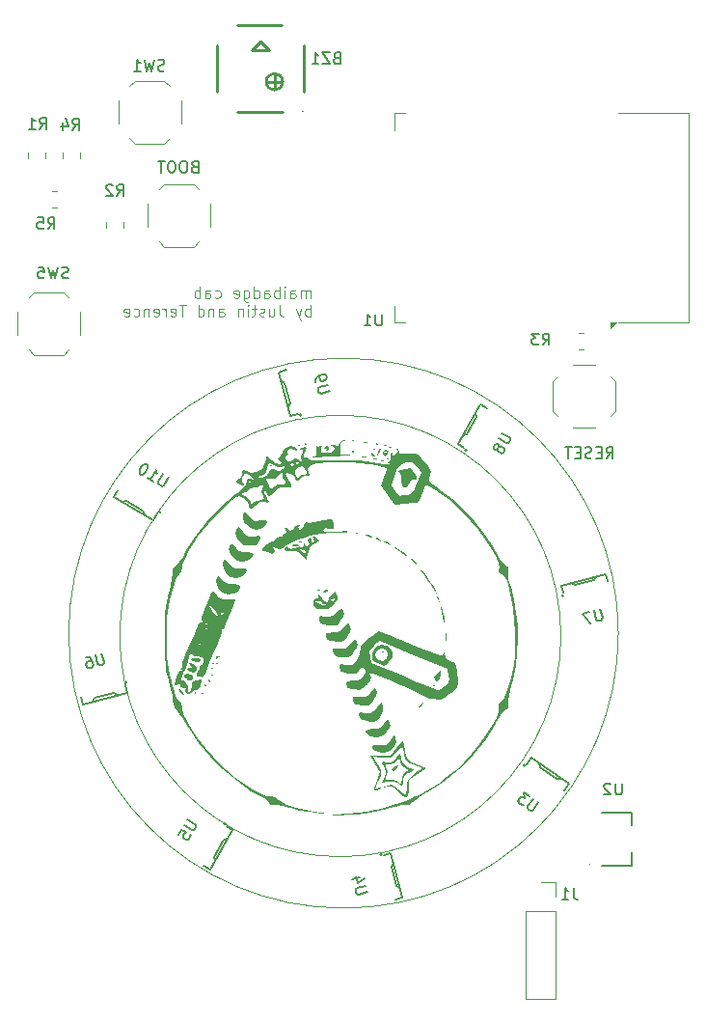
<source format=gbr>
%TF.GenerationSoftware,KiCad,Pcbnew,9.0.0*%
%TF.CreationDate,2025-09-21T22:19:39+08:00*%
%TF.ProjectId,maibadge_ver2,6d616962-6164-4676-955f-766572322e6b,rev?*%
%TF.SameCoordinates,Original*%
%TF.FileFunction,Legend,Bot*%
%TF.FilePolarity,Positive*%
%FSLAX46Y46*%
G04 Gerber Fmt 4.6, Leading zero omitted, Abs format (unit mm)*
G04 Created by KiCad (PCBNEW 9.0.0) date 2025-09-21 22:19:39*
%MOMM*%
%LPD*%
G01*
G04 APERTURE LIST*
%ADD10C,0.100000*%
%ADD11C,0.150000*%
%ADD12C,0.000000*%
%ADD13C,0.151994*%
%ADD14C,0.059995*%
%ADD15C,0.150013*%
%ADD16C,0.120000*%
%ADD17C,0.152400*%
%ADD18C,0.254000*%
G04 APERTURE END LIST*
D10*
X214333720Y-93205462D02*
G75*
G02*
X166090346Y-93205462I-24121687J0D01*
G01*
X166090346Y-93205462D02*
G75*
G02*
X214333720Y-93205462I24121687J0D01*
G01*
X209289326Y-93450829D02*
G75*
G02*
X170568640Y-93450829I-19360343J0D01*
G01*
X170568640Y-93450829D02*
G75*
G02*
X209289326Y-93450829I19360343J0D01*
G01*
X187308725Y-63795786D02*
X187308725Y-63129119D01*
X187308725Y-63224357D02*
X187261106Y-63176738D01*
X187261106Y-63176738D02*
X187165868Y-63129119D01*
X187165868Y-63129119D02*
X187023011Y-63129119D01*
X187023011Y-63129119D02*
X186927773Y-63176738D01*
X186927773Y-63176738D02*
X186880154Y-63271976D01*
X186880154Y-63271976D02*
X186880154Y-63795786D01*
X186880154Y-63271976D02*
X186832535Y-63176738D01*
X186832535Y-63176738D02*
X186737297Y-63129119D01*
X186737297Y-63129119D02*
X186594440Y-63129119D01*
X186594440Y-63129119D02*
X186499201Y-63176738D01*
X186499201Y-63176738D02*
X186451582Y-63271976D01*
X186451582Y-63271976D02*
X186451582Y-63795786D01*
X185546821Y-63795786D02*
X185546821Y-63271976D01*
X185546821Y-63271976D02*
X185594440Y-63176738D01*
X185594440Y-63176738D02*
X185689678Y-63129119D01*
X185689678Y-63129119D02*
X185880154Y-63129119D01*
X185880154Y-63129119D02*
X185975392Y-63176738D01*
X185546821Y-63748167D02*
X185642059Y-63795786D01*
X185642059Y-63795786D02*
X185880154Y-63795786D01*
X185880154Y-63795786D02*
X185975392Y-63748167D01*
X185975392Y-63748167D02*
X186023011Y-63652928D01*
X186023011Y-63652928D02*
X186023011Y-63557690D01*
X186023011Y-63557690D02*
X185975392Y-63462452D01*
X185975392Y-63462452D02*
X185880154Y-63414833D01*
X185880154Y-63414833D02*
X185642059Y-63414833D01*
X185642059Y-63414833D02*
X185546821Y-63367214D01*
X185070630Y-63795786D02*
X185070630Y-63129119D01*
X185070630Y-62795786D02*
X185118249Y-62843405D01*
X185118249Y-62843405D02*
X185070630Y-62891024D01*
X185070630Y-62891024D02*
X185023011Y-62843405D01*
X185023011Y-62843405D02*
X185070630Y-62795786D01*
X185070630Y-62795786D02*
X185070630Y-62891024D01*
X184594440Y-63795786D02*
X184594440Y-62795786D01*
X184594440Y-63176738D02*
X184499202Y-63129119D01*
X184499202Y-63129119D02*
X184308726Y-63129119D01*
X184308726Y-63129119D02*
X184213488Y-63176738D01*
X184213488Y-63176738D02*
X184165869Y-63224357D01*
X184165869Y-63224357D02*
X184118250Y-63319595D01*
X184118250Y-63319595D02*
X184118250Y-63605309D01*
X184118250Y-63605309D02*
X184165869Y-63700547D01*
X184165869Y-63700547D02*
X184213488Y-63748167D01*
X184213488Y-63748167D02*
X184308726Y-63795786D01*
X184308726Y-63795786D02*
X184499202Y-63795786D01*
X184499202Y-63795786D02*
X184594440Y-63748167D01*
X183261107Y-63795786D02*
X183261107Y-63271976D01*
X183261107Y-63271976D02*
X183308726Y-63176738D01*
X183308726Y-63176738D02*
X183403964Y-63129119D01*
X183403964Y-63129119D02*
X183594440Y-63129119D01*
X183594440Y-63129119D02*
X183689678Y-63176738D01*
X183261107Y-63748167D02*
X183356345Y-63795786D01*
X183356345Y-63795786D02*
X183594440Y-63795786D01*
X183594440Y-63795786D02*
X183689678Y-63748167D01*
X183689678Y-63748167D02*
X183737297Y-63652928D01*
X183737297Y-63652928D02*
X183737297Y-63557690D01*
X183737297Y-63557690D02*
X183689678Y-63462452D01*
X183689678Y-63462452D02*
X183594440Y-63414833D01*
X183594440Y-63414833D02*
X183356345Y-63414833D01*
X183356345Y-63414833D02*
X183261107Y-63367214D01*
X182356345Y-63795786D02*
X182356345Y-62795786D01*
X182356345Y-63748167D02*
X182451583Y-63795786D01*
X182451583Y-63795786D02*
X182642059Y-63795786D01*
X182642059Y-63795786D02*
X182737297Y-63748167D01*
X182737297Y-63748167D02*
X182784916Y-63700547D01*
X182784916Y-63700547D02*
X182832535Y-63605309D01*
X182832535Y-63605309D02*
X182832535Y-63319595D01*
X182832535Y-63319595D02*
X182784916Y-63224357D01*
X182784916Y-63224357D02*
X182737297Y-63176738D01*
X182737297Y-63176738D02*
X182642059Y-63129119D01*
X182642059Y-63129119D02*
X182451583Y-63129119D01*
X182451583Y-63129119D02*
X182356345Y-63176738D01*
X181451583Y-63129119D02*
X181451583Y-63938643D01*
X181451583Y-63938643D02*
X181499202Y-64033881D01*
X181499202Y-64033881D02*
X181546821Y-64081500D01*
X181546821Y-64081500D02*
X181642059Y-64129119D01*
X181642059Y-64129119D02*
X181784916Y-64129119D01*
X181784916Y-64129119D02*
X181880154Y-64081500D01*
X181451583Y-63748167D02*
X181546821Y-63795786D01*
X181546821Y-63795786D02*
X181737297Y-63795786D01*
X181737297Y-63795786D02*
X181832535Y-63748167D01*
X181832535Y-63748167D02*
X181880154Y-63700547D01*
X181880154Y-63700547D02*
X181927773Y-63605309D01*
X181927773Y-63605309D02*
X181927773Y-63319595D01*
X181927773Y-63319595D02*
X181880154Y-63224357D01*
X181880154Y-63224357D02*
X181832535Y-63176738D01*
X181832535Y-63176738D02*
X181737297Y-63129119D01*
X181737297Y-63129119D02*
X181546821Y-63129119D01*
X181546821Y-63129119D02*
X181451583Y-63176738D01*
X180594440Y-63748167D02*
X180689678Y-63795786D01*
X180689678Y-63795786D02*
X180880154Y-63795786D01*
X180880154Y-63795786D02*
X180975392Y-63748167D01*
X180975392Y-63748167D02*
X181023011Y-63652928D01*
X181023011Y-63652928D02*
X181023011Y-63271976D01*
X181023011Y-63271976D02*
X180975392Y-63176738D01*
X180975392Y-63176738D02*
X180880154Y-63129119D01*
X180880154Y-63129119D02*
X180689678Y-63129119D01*
X180689678Y-63129119D02*
X180594440Y-63176738D01*
X180594440Y-63176738D02*
X180546821Y-63271976D01*
X180546821Y-63271976D02*
X180546821Y-63367214D01*
X180546821Y-63367214D02*
X181023011Y-63462452D01*
X178927773Y-63748167D02*
X179023011Y-63795786D01*
X179023011Y-63795786D02*
X179213487Y-63795786D01*
X179213487Y-63795786D02*
X179308725Y-63748167D01*
X179308725Y-63748167D02*
X179356344Y-63700547D01*
X179356344Y-63700547D02*
X179403963Y-63605309D01*
X179403963Y-63605309D02*
X179403963Y-63319595D01*
X179403963Y-63319595D02*
X179356344Y-63224357D01*
X179356344Y-63224357D02*
X179308725Y-63176738D01*
X179308725Y-63176738D02*
X179213487Y-63129119D01*
X179213487Y-63129119D02*
X179023011Y-63129119D01*
X179023011Y-63129119D02*
X178927773Y-63176738D01*
X178070630Y-63795786D02*
X178070630Y-63271976D01*
X178070630Y-63271976D02*
X178118249Y-63176738D01*
X178118249Y-63176738D02*
X178213487Y-63129119D01*
X178213487Y-63129119D02*
X178403963Y-63129119D01*
X178403963Y-63129119D02*
X178499201Y-63176738D01*
X178070630Y-63748167D02*
X178165868Y-63795786D01*
X178165868Y-63795786D02*
X178403963Y-63795786D01*
X178403963Y-63795786D02*
X178499201Y-63748167D01*
X178499201Y-63748167D02*
X178546820Y-63652928D01*
X178546820Y-63652928D02*
X178546820Y-63557690D01*
X178546820Y-63557690D02*
X178499201Y-63462452D01*
X178499201Y-63462452D02*
X178403963Y-63414833D01*
X178403963Y-63414833D02*
X178165868Y-63414833D01*
X178165868Y-63414833D02*
X178070630Y-63367214D01*
X177594439Y-63795786D02*
X177594439Y-62795786D01*
X177594439Y-63176738D02*
X177499201Y-63129119D01*
X177499201Y-63129119D02*
X177308725Y-63129119D01*
X177308725Y-63129119D02*
X177213487Y-63176738D01*
X177213487Y-63176738D02*
X177165868Y-63224357D01*
X177165868Y-63224357D02*
X177118249Y-63319595D01*
X177118249Y-63319595D02*
X177118249Y-63605309D01*
X177118249Y-63605309D02*
X177165868Y-63700547D01*
X177165868Y-63700547D02*
X177213487Y-63748167D01*
X177213487Y-63748167D02*
X177308725Y-63795786D01*
X177308725Y-63795786D02*
X177499201Y-63795786D01*
X177499201Y-63795786D02*
X177594439Y-63748167D01*
X187308725Y-65405730D02*
X187308725Y-64405730D01*
X187308725Y-64786682D02*
X187213487Y-64739063D01*
X187213487Y-64739063D02*
X187023011Y-64739063D01*
X187023011Y-64739063D02*
X186927773Y-64786682D01*
X186927773Y-64786682D02*
X186880154Y-64834301D01*
X186880154Y-64834301D02*
X186832535Y-64929539D01*
X186832535Y-64929539D02*
X186832535Y-65215253D01*
X186832535Y-65215253D02*
X186880154Y-65310491D01*
X186880154Y-65310491D02*
X186927773Y-65358111D01*
X186927773Y-65358111D02*
X187023011Y-65405730D01*
X187023011Y-65405730D02*
X187213487Y-65405730D01*
X187213487Y-65405730D02*
X187308725Y-65358111D01*
X186499201Y-64739063D02*
X186261106Y-65405730D01*
X186023011Y-64739063D02*
X186261106Y-65405730D01*
X186261106Y-65405730D02*
X186356344Y-65643825D01*
X186356344Y-65643825D02*
X186403963Y-65691444D01*
X186403963Y-65691444D02*
X186499201Y-65739063D01*
X184594439Y-64405730D02*
X184594439Y-65120015D01*
X184594439Y-65120015D02*
X184642058Y-65262872D01*
X184642058Y-65262872D02*
X184737296Y-65358111D01*
X184737296Y-65358111D02*
X184880153Y-65405730D01*
X184880153Y-65405730D02*
X184975391Y-65405730D01*
X183689677Y-64739063D02*
X183689677Y-65405730D01*
X184118248Y-64739063D02*
X184118248Y-65262872D01*
X184118248Y-65262872D02*
X184070629Y-65358111D01*
X184070629Y-65358111D02*
X183975391Y-65405730D01*
X183975391Y-65405730D02*
X183832534Y-65405730D01*
X183832534Y-65405730D02*
X183737296Y-65358111D01*
X183737296Y-65358111D02*
X183689677Y-65310491D01*
X183261105Y-65358111D02*
X183165867Y-65405730D01*
X183165867Y-65405730D02*
X182975391Y-65405730D01*
X182975391Y-65405730D02*
X182880153Y-65358111D01*
X182880153Y-65358111D02*
X182832534Y-65262872D01*
X182832534Y-65262872D02*
X182832534Y-65215253D01*
X182832534Y-65215253D02*
X182880153Y-65120015D01*
X182880153Y-65120015D02*
X182975391Y-65072396D01*
X182975391Y-65072396D02*
X183118248Y-65072396D01*
X183118248Y-65072396D02*
X183213486Y-65024777D01*
X183213486Y-65024777D02*
X183261105Y-64929539D01*
X183261105Y-64929539D02*
X183261105Y-64881920D01*
X183261105Y-64881920D02*
X183213486Y-64786682D01*
X183213486Y-64786682D02*
X183118248Y-64739063D01*
X183118248Y-64739063D02*
X182975391Y-64739063D01*
X182975391Y-64739063D02*
X182880153Y-64786682D01*
X182546819Y-64739063D02*
X182165867Y-64739063D01*
X182403962Y-64405730D02*
X182403962Y-65262872D01*
X182403962Y-65262872D02*
X182356343Y-65358111D01*
X182356343Y-65358111D02*
X182261105Y-65405730D01*
X182261105Y-65405730D02*
X182165867Y-65405730D01*
X181832533Y-65405730D02*
X181832533Y-64739063D01*
X181832533Y-64405730D02*
X181880152Y-64453349D01*
X181880152Y-64453349D02*
X181832533Y-64500968D01*
X181832533Y-64500968D02*
X181784914Y-64453349D01*
X181784914Y-64453349D02*
X181832533Y-64405730D01*
X181832533Y-64405730D02*
X181832533Y-64500968D01*
X181356343Y-64739063D02*
X181356343Y-65405730D01*
X181356343Y-64834301D02*
X181308724Y-64786682D01*
X181308724Y-64786682D02*
X181213486Y-64739063D01*
X181213486Y-64739063D02*
X181070629Y-64739063D01*
X181070629Y-64739063D02*
X180975391Y-64786682D01*
X180975391Y-64786682D02*
X180927772Y-64881920D01*
X180927772Y-64881920D02*
X180927772Y-65405730D01*
X179261105Y-65405730D02*
X179261105Y-64881920D01*
X179261105Y-64881920D02*
X179308724Y-64786682D01*
X179308724Y-64786682D02*
X179403962Y-64739063D01*
X179403962Y-64739063D02*
X179594438Y-64739063D01*
X179594438Y-64739063D02*
X179689676Y-64786682D01*
X179261105Y-65358111D02*
X179356343Y-65405730D01*
X179356343Y-65405730D02*
X179594438Y-65405730D01*
X179594438Y-65405730D02*
X179689676Y-65358111D01*
X179689676Y-65358111D02*
X179737295Y-65262872D01*
X179737295Y-65262872D02*
X179737295Y-65167634D01*
X179737295Y-65167634D02*
X179689676Y-65072396D01*
X179689676Y-65072396D02*
X179594438Y-65024777D01*
X179594438Y-65024777D02*
X179356343Y-65024777D01*
X179356343Y-65024777D02*
X179261105Y-64977158D01*
X178784914Y-64739063D02*
X178784914Y-65405730D01*
X178784914Y-64834301D02*
X178737295Y-64786682D01*
X178737295Y-64786682D02*
X178642057Y-64739063D01*
X178642057Y-64739063D02*
X178499200Y-64739063D01*
X178499200Y-64739063D02*
X178403962Y-64786682D01*
X178403962Y-64786682D02*
X178356343Y-64881920D01*
X178356343Y-64881920D02*
X178356343Y-65405730D01*
X177451581Y-65405730D02*
X177451581Y-64405730D01*
X177451581Y-65358111D02*
X177546819Y-65405730D01*
X177546819Y-65405730D02*
X177737295Y-65405730D01*
X177737295Y-65405730D02*
X177832533Y-65358111D01*
X177832533Y-65358111D02*
X177880152Y-65310491D01*
X177880152Y-65310491D02*
X177927771Y-65215253D01*
X177927771Y-65215253D02*
X177927771Y-64929539D01*
X177927771Y-64929539D02*
X177880152Y-64834301D01*
X177880152Y-64834301D02*
X177832533Y-64786682D01*
X177832533Y-64786682D02*
X177737295Y-64739063D01*
X177737295Y-64739063D02*
X177546819Y-64739063D01*
X177546819Y-64739063D02*
X177451581Y-64786682D01*
X176356342Y-64405730D02*
X175784914Y-64405730D01*
X176070628Y-65405730D02*
X176070628Y-64405730D01*
X175070628Y-65358111D02*
X175165866Y-65405730D01*
X175165866Y-65405730D02*
X175356342Y-65405730D01*
X175356342Y-65405730D02*
X175451580Y-65358111D01*
X175451580Y-65358111D02*
X175499199Y-65262872D01*
X175499199Y-65262872D02*
X175499199Y-64881920D01*
X175499199Y-64881920D02*
X175451580Y-64786682D01*
X175451580Y-64786682D02*
X175356342Y-64739063D01*
X175356342Y-64739063D02*
X175165866Y-64739063D01*
X175165866Y-64739063D02*
X175070628Y-64786682D01*
X175070628Y-64786682D02*
X175023009Y-64881920D01*
X175023009Y-64881920D02*
X175023009Y-64977158D01*
X175023009Y-64977158D02*
X175499199Y-65072396D01*
X174594437Y-65405730D02*
X174594437Y-64739063D01*
X174594437Y-64929539D02*
X174546818Y-64834301D01*
X174546818Y-64834301D02*
X174499199Y-64786682D01*
X174499199Y-64786682D02*
X174403961Y-64739063D01*
X174403961Y-64739063D02*
X174308723Y-64739063D01*
X173594437Y-65358111D02*
X173689675Y-65405730D01*
X173689675Y-65405730D02*
X173880151Y-65405730D01*
X173880151Y-65405730D02*
X173975389Y-65358111D01*
X173975389Y-65358111D02*
X174023008Y-65262872D01*
X174023008Y-65262872D02*
X174023008Y-64881920D01*
X174023008Y-64881920D02*
X173975389Y-64786682D01*
X173975389Y-64786682D02*
X173880151Y-64739063D01*
X173880151Y-64739063D02*
X173689675Y-64739063D01*
X173689675Y-64739063D02*
X173594437Y-64786682D01*
X173594437Y-64786682D02*
X173546818Y-64881920D01*
X173546818Y-64881920D02*
X173546818Y-64977158D01*
X173546818Y-64977158D02*
X174023008Y-65072396D01*
X173118246Y-64739063D02*
X173118246Y-65405730D01*
X173118246Y-64834301D02*
X173070627Y-64786682D01*
X173070627Y-64786682D02*
X172975389Y-64739063D01*
X172975389Y-64739063D02*
X172832532Y-64739063D01*
X172832532Y-64739063D02*
X172737294Y-64786682D01*
X172737294Y-64786682D02*
X172689675Y-64881920D01*
X172689675Y-64881920D02*
X172689675Y-65405730D01*
X171784913Y-65358111D02*
X171880151Y-65405730D01*
X171880151Y-65405730D02*
X172070627Y-65405730D01*
X172070627Y-65405730D02*
X172165865Y-65358111D01*
X172165865Y-65358111D02*
X172213484Y-65310491D01*
X172213484Y-65310491D02*
X172261103Y-65215253D01*
X172261103Y-65215253D02*
X172261103Y-64929539D01*
X172261103Y-64929539D02*
X172213484Y-64834301D01*
X172213484Y-64834301D02*
X172165865Y-64786682D01*
X172165865Y-64786682D02*
X172070627Y-64739063D01*
X172070627Y-64739063D02*
X171880151Y-64739063D01*
X171880151Y-64739063D02*
X171784913Y-64786682D01*
X170975389Y-65358111D02*
X171070627Y-65405730D01*
X171070627Y-65405730D02*
X171261103Y-65405730D01*
X171261103Y-65405730D02*
X171356341Y-65358111D01*
X171356341Y-65358111D02*
X171403960Y-65262872D01*
X171403960Y-65262872D02*
X171403960Y-64881920D01*
X171403960Y-64881920D02*
X171356341Y-64786682D01*
X171356341Y-64786682D02*
X171261103Y-64739063D01*
X171261103Y-64739063D02*
X171070627Y-64739063D01*
X171070627Y-64739063D02*
X170975389Y-64786682D01*
X170975389Y-64786682D02*
X170927770Y-64881920D01*
X170927770Y-64881920D02*
X170927770Y-64977158D01*
X170927770Y-64977158D02*
X171403960Y-65072396D01*
D11*
X204083490Y-75644153D02*
X204784559Y-76048915D01*
X204784559Y-76048915D02*
X204843228Y-76137773D01*
X204843228Y-76137773D02*
X204860657Y-76202822D01*
X204860657Y-76202822D02*
X204854278Y-76309110D01*
X204854278Y-76309110D02*
X204759040Y-76474068D01*
X204759040Y-76474068D02*
X204670181Y-76532737D01*
X204670181Y-76532737D02*
X204605132Y-76550166D01*
X204605132Y-76550166D02*
X204498844Y-76543787D01*
X204498844Y-76543787D02*
X203797776Y-76139025D01*
X203859406Y-76889421D02*
X203865786Y-76783133D01*
X203865786Y-76783133D02*
X203848356Y-76718084D01*
X203848356Y-76718084D02*
X203789687Y-76629226D01*
X203789687Y-76629226D02*
X203748448Y-76605417D01*
X203748448Y-76605417D02*
X203642159Y-76599037D01*
X203642159Y-76599037D02*
X203577111Y-76616467D01*
X203577111Y-76616467D02*
X203488252Y-76675136D01*
X203488252Y-76675136D02*
X203393014Y-76840093D01*
X203393014Y-76840093D02*
X203386634Y-76946381D01*
X203386634Y-76946381D02*
X203404064Y-77011430D01*
X203404064Y-77011430D02*
X203462733Y-77100288D01*
X203462733Y-77100288D02*
X203503973Y-77124098D01*
X203503973Y-77124098D02*
X203610261Y-77130478D01*
X203610261Y-77130478D02*
X203675310Y-77113048D01*
X203675310Y-77113048D02*
X203764168Y-77054379D01*
X203764168Y-77054379D02*
X203859406Y-76889421D01*
X203859406Y-76889421D02*
X203948264Y-76830752D01*
X203948264Y-76830752D02*
X204013313Y-76813323D01*
X204013313Y-76813323D02*
X204119601Y-76819702D01*
X204119601Y-76819702D02*
X204284559Y-76914940D01*
X204284559Y-76914940D02*
X204343228Y-77003799D01*
X204343228Y-77003799D02*
X204360657Y-77068848D01*
X204360657Y-77068848D02*
X204354278Y-77175136D01*
X204354278Y-77175136D02*
X204259040Y-77340093D01*
X204259040Y-77340093D02*
X204170181Y-77398762D01*
X204170181Y-77398762D02*
X204105132Y-77416192D01*
X204105132Y-77416192D02*
X203998844Y-77409812D01*
X203998844Y-77409812D02*
X203833887Y-77314574D01*
X203833887Y-77314574D02*
X203775218Y-77225716D01*
X203775218Y-77225716D02*
X203757788Y-77160667D01*
X203757788Y-77160667D02*
X203764168Y-77054379D01*
X163531729Y-48992900D02*
X163865062Y-48516709D01*
X164103157Y-48992900D02*
X164103157Y-47992900D01*
X164103157Y-47992900D02*
X163722205Y-47992900D01*
X163722205Y-47992900D02*
X163626967Y-48040519D01*
X163626967Y-48040519D02*
X163579348Y-48088138D01*
X163579348Y-48088138D02*
X163531729Y-48183376D01*
X163531729Y-48183376D02*
X163531729Y-48326233D01*
X163531729Y-48326233D02*
X163579348Y-48421471D01*
X163579348Y-48421471D02*
X163626967Y-48469090D01*
X163626967Y-48469090D02*
X163722205Y-48516709D01*
X163722205Y-48516709D02*
X164103157Y-48516709D01*
X162579348Y-48992900D02*
X163150776Y-48992900D01*
X162865062Y-48992900D02*
X162865062Y-47992900D01*
X162865062Y-47992900D02*
X162960300Y-48135757D01*
X162960300Y-48135757D02*
X163055538Y-48230995D01*
X163055538Y-48230995D02*
X163150776Y-48278614D01*
X189028418Y-71956321D02*
X188246478Y-72165841D01*
X188246478Y-72165841D02*
X188142161Y-72144494D01*
X188142161Y-72144494D02*
X188083840Y-72110822D01*
X188083840Y-72110822D02*
X188013194Y-72031154D01*
X188013194Y-72031154D02*
X187963895Y-71847168D01*
X187963895Y-71847168D02*
X187985242Y-71742850D01*
X187985242Y-71742850D02*
X188018914Y-71684529D01*
X188018914Y-71684529D02*
X188098582Y-71613883D01*
X188098582Y-71613883D02*
X188880522Y-71404363D01*
X187779024Y-71157221D02*
X187729725Y-70973235D01*
X187729725Y-70973235D02*
X187751072Y-70868918D01*
X187751072Y-70868918D02*
X187784744Y-70810596D01*
X187784744Y-70810596D02*
X187898084Y-70681629D01*
X187898084Y-70681629D02*
X188069745Y-70586334D01*
X188069745Y-70586334D02*
X188437717Y-70487736D01*
X188437717Y-70487736D02*
X188542034Y-70509083D01*
X188542034Y-70509083D02*
X188600356Y-70542755D01*
X188600356Y-70542755D02*
X188671002Y-70622423D01*
X188671002Y-70622423D02*
X188720300Y-70806409D01*
X188720300Y-70806409D02*
X188698953Y-70910727D01*
X188698953Y-70910727D02*
X188665282Y-70969048D01*
X188665282Y-70969048D02*
X188585613Y-71039694D01*
X188585613Y-71039694D02*
X188355631Y-71101317D01*
X188355631Y-71101317D02*
X188251313Y-71079970D01*
X188251313Y-71079970D02*
X188192992Y-71046299D01*
X188192992Y-71046299D02*
X188122346Y-70966630D01*
X188122346Y-70966630D02*
X188073047Y-70782645D01*
X188073047Y-70782645D02*
X188094395Y-70678327D01*
X188094395Y-70678327D02*
X188128066Y-70620006D01*
X188128066Y-70620006D02*
X188207734Y-70549360D01*
X168984033Y-94944512D02*
X169193553Y-95726452D01*
X169193553Y-95726452D02*
X169172206Y-95830769D01*
X169172206Y-95830769D02*
X169138534Y-95889090D01*
X169138534Y-95889090D02*
X169058866Y-95959736D01*
X169058866Y-95959736D02*
X168874880Y-96009035D01*
X168874880Y-96009035D02*
X168770562Y-95987688D01*
X168770562Y-95987688D02*
X168712241Y-95954016D01*
X168712241Y-95954016D02*
X168641595Y-95874348D01*
X168641595Y-95874348D02*
X168432075Y-95092408D01*
X167558142Y-95326578D02*
X167742128Y-95277279D01*
X167742128Y-95277279D02*
X167846446Y-95298626D01*
X167846446Y-95298626D02*
X167904767Y-95332298D01*
X167904767Y-95332298D02*
X168033734Y-95445638D01*
X168033734Y-95445638D02*
X168129029Y-95617299D01*
X168129029Y-95617299D02*
X168227627Y-95985271D01*
X168227627Y-95985271D02*
X168206280Y-96089588D01*
X168206280Y-96089588D02*
X168172608Y-96147909D01*
X168172608Y-96147909D02*
X168092940Y-96218555D01*
X168092940Y-96218555D02*
X167908954Y-96267854D01*
X167908954Y-96267854D02*
X167804637Y-96246507D01*
X167804637Y-96246507D02*
X167746315Y-96212835D01*
X167746315Y-96212835D02*
X167675670Y-96133167D01*
X167675670Y-96133167D02*
X167614046Y-95903185D01*
X167614046Y-95903185D02*
X167635393Y-95798867D01*
X167635393Y-95798867D02*
X167669065Y-95740546D01*
X167669065Y-95740546D02*
X167748733Y-95669900D01*
X167748733Y-95669900D02*
X167932719Y-95620601D01*
X167932719Y-95620601D02*
X168037037Y-95641948D01*
X168037037Y-95641948D02*
X168095358Y-95675620D01*
X168095358Y-95675620D02*
X168166004Y-95755288D01*
X213273533Y-77857107D02*
X213606866Y-77380916D01*
X213844961Y-77857107D02*
X213844961Y-76857107D01*
X213844961Y-76857107D02*
X213464009Y-76857107D01*
X213464009Y-76857107D02*
X213368771Y-76904726D01*
X213368771Y-76904726D02*
X213321152Y-76952345D01*
X213321152Y-76952345D02*
X213273533Y-77047583D01*
X213273533Y-77047583D02*
X213273533Y-77190440D01*
X213273533Y-77190440D02*
X213321152Y-77285678D01*
X213321152Y-77285678D02*
X213368771Y-77333297D01*
X213368771Y-77333297D02*
X213464009Y-77380916D01*
X213464009Y-77380916D02*
X213844961Y-77380916D01*
X212844961Y-77333297D02*
X212511628Y-77333297D01*
X212368771Y-77857107D02*
X212844961Y-77857107D01*
X212844961Y-77857107D02*
X212844961Y-76857107D01*
X212844961Y-76857107D02*
X212368771Y-76857107D01*
X211987818Y-77809488D02*
X211844961Y-77857107D01*
X211844961Y-77857107D02*
X211606866Y-77857107D01*
X211606866Y-77857107D02*
X211511628Y-77809488D01*
X211511628Y-77809488D02*
X211464009Y-77761868D01*
X211464009Y-77761868D02*
X211416390Y-77666630D01*
X211416390Y-77666630D02*
X211416390Y-77571392D01*
X211416390Y-77571392D02*
X211464009Y-77476154D01*
X211464009Y-77476154D02*
X211511628Y-77428535D01*
X211511628Y-77428535D02*
X211606866Y-77380916D01*
X211606866Y-77380916D02*
X211797342Y-77333297D01*
X211797342Y-77333297D02*
X211892580Y-77285678D01*
X211892580Y-77285678D02*
X211940199Y-77238059D01*
X211940199Y-77238059D02*
X211987818Y-77142821D01*
X211987818Y-77142821D02*
X211987818Y-77047583D01*
X211987818Y-77047583D02*
X211940199Y-76952345D01*
X211940199Y-76952345D02*
X211892580Y-76904726D01*
X211892580Y-76904726D02*
X211797342Y-76857107D01*
X211797342Y-76857107D02*
X211559247Y-76857107D01*
X211559247Y-76857107D02*
X211416390Y-76904726D01*
X210987818Y-77333297D02*
X210654485Y-77333297D01*
X210511628Y-77857107D02*
X210987818Y-77857107D01*
X210987818Y-77857107D02*
X210987818Y-76857107D01*
X210987818Y-76857107D02*
X210511628Y-76857107D01*
X210225913Y-76857107D02*
X209654485Y-76857107D01*
X209940199Y-77857107D02*
X209940199Y-76857107D01*
X214636189Y-106380632D02*
X214636189Y-107190155D01*
X214636189Y-107190155D02*
X214588570Y-107285393D01*
X214588570Y-107285393D02*
X214540951Y-107333013D01*
X214540951Y-107333013D02*
X214445713Y-107380632D01*
X214445713Y-107380632D02*
X214255237Y-107380632D01*
X214255237Y-107380632D02*
X214159999Y-107333013D01*
X214159999Y-107333013D02*
X214112380Y-107285393D01*
X214112380Y-107285393D02*
X214064761Y-107190155D01*
X214064761Y-107190155D02*
X214064761Y-106380632D01*
X213636189Y-106475870D02*
X213588570Y-106428251D01*
X213588570Y-106428251D02*
X213493332Y-106380632D01*
X213493332Y-106380632D02*
X213255237Y-106380632D01*
X213255237Y-106380632D02*
X213159999Y-106428251D01*
X213159999Y-106428251D02*
X213112380Y-106475870D01*
X213112380Y-106475870D02*
X213064761Y-106571108D01*
X213064761Y-106571108D02*
X213064761Y-106666346D01*
X213064761Y-106666346D02*
X213112380Y-106809203D01*
X213112380Y-106809203D02*
X213683808Y-107380632D01*
X213683808Y-107380632D02*
X213064761Y-107380632D01*
X164262966Y-57746289D02*
X164596299Y-57270098D01*
X164834394Y-57746289D02*
X164834394Y-56746289D01*
X164834394Y-56746289D02*
X164453442Y-56746289D01*
X164453442Y-56746289D02*
X164358204Y-56793908D01*
X164358204Y-56793908D02*
X164310585Y-56841527D01*
X164310585Y-56841527D02*
X164262966Y-56936765D01*
X164262966Y-56936765D02*
X164262966Y-57079622D01*
X164262966Y-57079622D02*
X164310585Y-57174860D01*
X164310585Y-57174860D02*
X164358204Y-57222479D01*
X164358204Y-57222479D02*
X164453442Y-57270098D01*
X164453442Y-57270098D02*
X164834394Y-57270098D01*
X163358204Y-56746289D02*
X163834394Y-56746289D01*
X163834394Y-56746289D02*
X163882013Y-57222479D01*
X163882013Y-57222479D02*
X163834394Y-57174860D01*
X163834394Y-57174860D02*
X163739156Y-57127241D01*
X163739156Y-57127241D02*
X163501061Y-57127241D01*
X163501061Y-57127241D02*
X163405823Y-57174860D01*
X163405823Y-57174860D02*
X163358204Y-57222479D01*
X163358204Y-57222479D02*
X163310585Y-57317717D01*
X163310585Y-57317717D02*
X163310585Y-57555812D01*
X163310585Y-57555812D02*
X163358204Y-57651050D01*
X163358204Y-57651050D02*
X163405823Y-57698670D01*
X163405823Y-57698670D02*
X163501061Y-57746289D01*
X163501061Y-57746289D02*
X163739156Y-57746289D01*
X163739156Y-57746289D02*
X163834394Y-57698670D01*
X163834394Y-57698670D02*
X163882013Y-57651050D01*
X174475790Y-43838335D02*
X174332933Y-43885954D01*
X174332933Y-43885954D02*
X174094838Y-43885954D01*
X174094838Y-43885954D02*
X173999600Y-43838335D01*
X173999600Y-43838335D02*
X173951981Y-43790715D01*
X173951981Y-43790715D02*
X173904362Y-43695477D01*
X173904362Y-43695477D02*
X173904362Y-43600239D01*
X173904362Y-43600239D02*
X173951981Y-43505001D01*
X173951981Y-43505001D02*
X173999600Y-43457382D01*
X173999600Y-43457382D02*
X174094838Y-43409763D01*
X174094838Y-43409763D02*
X174285314Y-43362144D01*
X174285314Y-43362144D02*
X174380552Y-43314525D01*
X174380552Y-43314525D02*
X174428171Y-43266906D01*
X174428171Y-43266906D02*
X174475790Y-43171668D01*
X174475790Y-43171668D02*
X174475790Y-43076430D01*
X174475790Y-43076430D02*
X174428171Y-42981192D01*
X174428171Y-42981192D02*
X174380552Y-42933573D01*
X174380552Y-42933573D02*
X174285314Y-42885954D01*
X174285314Y-42885954D02*
X174047219Y-42885954D01*
X174047219Y-42885954D02*
X173904362Y-42933573D01*
X173571028Y-42885954D02*
X173332933Y-43885954D01*
X173332933Y-43885954D02*
X173142457Y-43171668D01*
X173142457Y-43171668D02*
X172951981Y-43885954D01*
X172951981Y-43885954D02*
X172713886Y-42885954D01*
X171809124Y-43885954D02*
X172380552Y-43885954D01*
X172094838Y-43885954D02*
X172094838Y-42885954D01*
X172094838Y-42885954D02*
X172190076Y-43028811D01*
X172190076Y-43028811D02*
X172285314Y-43124049D01*
X172285314Y-43124049D02*
X172380552Y-43171668D01*
X193591623Y-65223891D02*
X193591623Y-66033414D01*
X193591623Y-66033414D02*
X193544004Y-66128652D01*
X193544004Y-66128652D02*
X193496385Y-66176272D01*
X193496385Y-66176272D02*
X193401147Y-66223891D01*
X193401147Y-66223891D02*
X193210671Y-66223891D01*
X193210671Y-66223891D02*
X193115433Y-66176272D01*
X193115433Y-66176272D02*
X193067814Y-66128652D01*
X193067814Y-66128652D02*
X193020195Y-66033414D01*
X193020195Y-66033414D02*
X193020195Y-65223891D01*
X192020195Y-66223891D02*
X192591623Y-66223891D01*
X192305909Y-66223891D02*
X192305909Y-65223891D01*
X192305909Y-65223891D02*
X192401147Y-65366748D01*
X192401147Y-65366748D02*
X192496385Y-65461986D01*
X192496385Y-65461986D02*
X192591623Y-65509605D01*
X189598428Y-42746766D02*
X189455571Y-42794385D01*
X189455571Y-42794385D02*
X189407952Y-42842004D01*
X189407952Y-42842004D02*
X189360333Y-42937242D01*
X189360333Y-42937242D02*
X189360333Y-43080099D01*
X189360333Y-43080099D02*
X189407952Y-43175337D01*
X189407952Y-43175337D02*
X189455571Y-43222957D01*
X189455571Y-43222957D02*
X189550809Y-43270576D01*
X189550809Y-43270576D02*
X189931761Y-43270576D01*
X189931761Y-43270576D02*
X189931761Y-42270576D01*
X189931761Y-42270576D02*
X189598428Y-42270576D01*
X189598428Y-42270576D02*
X189503190Y-42318195D01*
X189503190Y-42318195D02*
X189455571Y-42365814D01*
X189455571Y-42365814D02*
X189407952Y-42461052D01*
X189407952Y-42461052D02*
X189407952Y-42556290D01*
X189407952Y-42556290D02*
X189455571Y-42651528D01*
X189455571Y-42651528D02*
X189503190Y-42699147D01*
X189503190Y-42699147D02*
X189598428Y-42746766D01*
X189598428Y-42746766D02*
X189931761Y-42746766D01*
X189026999Y-42270576D02*
X188360333Y-42270576D01*
X188360333Y-42270576D02*
X189026999Y-43270576D01*
X189026999Y-43270576D02*
X188360333Y-43270576D01*
X187455571Y-43270576D02*
X188026999Y-43270576D01*
X187741285Y-43270576D02*
X187741285Y-42270576D01*
X187741285Y-42270576D02*
X187836523Y-42413433D01*
X187836523Y-42413433D02*
X187931761Y-42508671D01*
X187931761Y-42508671D02*
X188026999Y-42556290D01*
X174842860Y-79518362D02*
X174438099Y-80219431D01*
X174438099Y-80219431D02*
X174349240Y-80278100D01*
X174349240Y-80278100D02*
X174284191Y-80295529D01*
X174284191Y-80295529D02*
X174177903Y-80289150D01*
X174177903Y-80289150D02*
X174012946Y-80193912D01*
X174012946Y-80193912D02*
X173954277Y-80105053D01*
X173954277Y-80105053D02*
X173936847Y-80040004D01*
X173936847Y-80040004D02*
X173943227Y-79933716D01*
X173943227Y-79933716D02*
X174347989Y-79232648D01*
X172981963Y-79598673D02*
X173476835Y-79884388D01*
X173229399Y-79741531D02*
X173729399Y-78875505D01*
X173729399Y-78875505D02*
X173740449Y-79046842D01*
X173740449Y-79046842D02*
X173775309Y-79176940D01*
X173775309Y-79176940D02*
X173833978Y-79265798D01*
X172945852Y-78423124D02*
X172863374Y-78375505D01*
X172863374Y-78375505D02*
X172757086Y-78369125D01*
X172757086Y-78369125D02*
X172692037Y-78386555D01*
X172692037Y-78386555D02*
X172603179Y-78445224D01*
X172603179Y-78445224D02*
X172466701Y-78586372D01*
X172466701Y-78586372D02*
X172347654Y-78792569D01*
X172347654Y-78792569D02*
X172293655Y-78981335D01*
X172293655Y-78981335D02*
X172287275Y-79087623D01*
X172287275Y-79087623D02*
X172304705Y-79152672D01*
X172304705Y-79152672D02*
X172363374Y-79241531D01*
X172363374Y-79241531D02*
X172445852Y-79289150D01*
X172445852Y-79289150D02*
X172552141Y-79295529D01*
X172552141Y-79295529D02*
X172617189Y-79278100D01*
X172617189Y-79278100D02*
X172706048Y-79219431D01*
X172706048Y-79219431D02*
X172842525Y-79078283D01*
X172842525Y-79078283D02*
X172961573Y-78872086D01*
X172961573Y-78872086D02*
X173015572Y-78683320D01*
X173015572Y-78683320D02*
X173021951Y-78577031D01*
X173021951Y-78577031D02*
X173004522Y-78511983D01*
X173004522Y-78511983D02*
X172945852Y-78423124D01*
X166410033Y-49060427D02*
X166743366Y-48584236D01*
X166981461Y-49060427D02*
X166981461Y-48060427D01*
X166981461Y-48060427D02*
X166600509Y-48060427D01*
X166600509Y-48060427D02*
X166505271Y-48108046D01*
X166505271Y-48108046D02*
X166457652Y-48155665D01*
X166457652Y-48155665D02*
X166410033Y-48250903D01*
X166410033Y-48250903D02*
X166410033Y-48393760D01*
X166410033Y-48393760D02*
X166457652Y-48488998D01*
X166457652Y-48488998D02*
X166505271Y-48536617D01*
X166505271Y-48536617D02*
X166600509Y-48584236D01*
X166600509Y-48584236D02*
X166981461Y-48584236D01*
X165552890Y-48393760D02*
X165552890Y-49060427D01*
X165790985Y-48012808D02*
X166029080Y-48727093D01*
X166029080Y-48727093D02*
X165410033Y-48727093D01*
X192327778Y-115923646D02*
X191545838Y-116133166D01*
X191545838Y-116133166D02*
X191441521Y-116111819D01*
X191441521Y-116111819D02*
X191383200Y-116078147D01*
X191383200Y-116078147D02*
X191312554Y-115998479D01*
X191312554Y-115998479D02*
X191263255Y-115814493D01*
X191263255Y-115814493D02*
X191284602Y-115710175D01*
X191284602Y-115710175D02*
X191318274Y-115651854D01*
X191318274Y-115651854D02*
X191397942Y-115581208D01*
X191397942Y-115581208D02*
X192179882Y-115371688D01*
X191623737Y-114584028D02*
X190979786Y-114756574D01*
X192053332Y-114715413D02*
X191425009Y-115130266D01*
X191425009Y-115130266D02*
X191264787Y-114532312D01*
X170320197Y-54846383D02*
X170653530Y-54370192D01*
X170891625Y-54846383D02*
X170891625Y-53846383D01*
X170891625Y-53846383D02*
X170510673Y-53846383D01*
X170510673Y-53846383D02*
X170415435Y-53894002D01*
X170415435Y-53894002D02*
X170367816Y-53941621D01*
X170367816Y-53941621D02*
X170320197Y-54036859D01*
X170320197Y-54036859D02*
X170320197Y-54179716D01*
X170320197Y-54179716D02*
X170367816Y-54274954D01*
X170367816Y-54274954D02*
X170415435Y-54322573D01*
X170415435Y-54322573D02*
X170510673Y-54370192D01*
X170510673Y-54370192D02*
X170891625Y-54370192D01*
X169939244Y-53941621D02*
X169891625Y-53894002D01*
X169891625Y-53894002D02*
X169796387Y-53846383D01*
X169796387Y-53846383D02*
X169558292Y-53846383D01*
X169558292Y-53846383D02*
X169463054Y-53894002D01*
X169463054Y-53894002D02*
X169415435Y-53941621D01*
X169415435Y-53941621D02*
X169367816Y-54036859D01*
X169367816Y-54036859D02*
X169367816Y-54132097D01*
X169367816Y-54132097D02*
X169415435Y-54274954D01*
X169415435Y-54274954D02*
X169986863Y-54846383D01*
X169986863Y-54846383D02*
X169367816Y-54846383D01*
X210391333Y-115532819D02*
X210391333Y-116247104D01*
X210391333Y-116247104D02*
X210438952Y-116389961D01*
X210438952Y-116389961D02*
X210534190Y-116485200D01*
X210534190Y-116485200D02*
X210677047Y-116532819D01*
X210677047Y-116532819D02*
X210772285Y-116532819D01*
X209391333Y-116532819D02*
X209962761Y-116532819D01*
X209677047Y-116532819D02*
X209677047Y-115532819D01*
X209677047Y-115532819D02*
X209772285Y-115675676D01*
X209772285Y-115675676D02*
X209867523Y-115770914D01*
X209867523Y-115770914D02*
X209962761Y-115818533D01*
X212720228Y-91059886D02*
X212929748Y-91841826D01*
X212929748Y-91841826D02*
X212908401Y-91946143D01*
X212908401Y-91946143D02*
X212874729Y-92004464D01*
X212874729Y-92004464D02*
X212795061Y-92075110D01*
X212795061Y-92075110D02*
X212611075Y-92124409D01*
X212611075Y-92124409D02*
X212506757Y-92103062D01*
X212506757Y-92103062D02*
X212448436Y-92069390D01*
X212448436Y-92069390D02*
X212377790Y-91989722D01*
X212377790Y-91989722D02*
X212168270Y-91207782D01*
X211800298Y-91306380D02*
X211156348Y-91478926D01*
X211156348Y-91478926D02*
X211829135Y-92333929D01*
X207326061Y-108058760D02*
X206861738Y-108721883D01*
X206861738Y-108721883D02*
X206768104Y-108772584D01*
X206768104Y-108772584D02*
X206701784Y-108784279D01*
X206701784Y-108784279D02*
X206596456Y-108768659D01*
X206596456Y-108768659D02*
X206440427Y-108659407D01*
X206440427Y-108659407D02*
X206389726Y-108565773D01*
X206389726Y-108565773D02*
X206378032Y-108499453D01*
X206378032Y-108499453D02*
X206393651Y-108394125D01*
X206393651Y-108394125D02*
X206857974Y-107731002D01*
X206545917Y-107512497D02*
X206038822Y-107157426D01*
X206038822Y-107157426D02*
X206093368Y-107660676D01*
X206093368Y-107660676D02*
X205976346Y-107578736D01*
X205976346Y-107578736D02*
X205871018Y-107563117D01*
X205871018Y-107563117D02*
X205804698Y-107574811D01*
X205804698Y-107574811D02*
X205711064Y-107625513D01*
X205711064Y-107625513D02*
X205574499Y-107820549D01*
X205574499Y-107820549D02*
X205558880Y-107925876D01*
X205558880Y-107925876D02*
X205570574Y-107992197D01*
X205570574Y-107992197D02*
X205621275Y-108085830D01*
X205621275Y-108085830D02*
X205855318Y-108249709D01*
X205855318Y-108249709D02*
X205960646Y-108265328D01*
X205960646Y-108265328D02*
X206026966Y-108253634D01*
X177125142Y-52267956D02*
X176982285Y-52315575D01*
X176982285Y-52315575D02*
X176934666Y-52363194D01*
X176934666Y-52363194D02*
X176887047Y-52458432D01*
X176887047Y-52458432D02*
X176887047Y-52601289D01*
X176887047Y-52601289D02*
X176934666Y-52696527D01*
X176934666Y-52696527D02*
X176982285Y-52744147D01*
X176982285Y-52744147D02*
X177077523Y-52791766D01*
X177077523Y-52791766D02*
X177458475Y-52791766D01*
X177458475Y-52791766D02*
X177458475Y-51791766D01*
X177458475Y-51791766D02*
X177125142Y-51791766D01*
X177125142Y-51791766D02*
X177029904Y-51839385D01*
X177029904Y-51839385D02*
X176982285Y-51887004D01*
X176982285Y-51887004D02*
X176934666Y-51982242D01*
X176934666Y-51982242D02*
X176934666Y-52077480D01*
X176934666Y-52077480D02*
X176982285Y-52172718D01*
X176982285Y-52172718D02*
X177029904Y-52220337D01*
X177029904Y-52220337D02*
X177125142Y-52267956D01*
X177125142Y-52267956D02*
X177458475Y-52267956D01*
X176267999Y-51791766D02*
X176077523Y-51791766D01*
X176077523Y-51791766D02*
X175982285Y-51839385D01*
X175982285Y-51839385D02*
X175887047Y-51934623D01*
X175887047Y-51934623D02*
X175839428Y-52125099D01*
X175839428Y-52125099D02*
X175839428Y-52458432D01*
X175839428Y-52458432D02*
X175887047Y-52648908D01*
X175887047Y-52648908D02*
X175982285Y-52744147D01*
X175982285Y-52744147D02*
X176077523Y-52791766D01*
X176077523Y-52791766D02*
X176267999Y-52791766D01*
X176267999Y-52791766D02*
X176363237Y-52744147D01*
X176363237Y-52744147D02*
X176458475Y-52648908D01*
X176458475Y-52648908D02*
X176506094Y-52458432D01*
X176506094Y-52458432D02*
X176506094Y-52125099D01*
X176506094Y-52125099D02*
X176458475Y-51934623D01*
X176458475Y-51934623D02*
X176363237Y-51839385D01*
X176363237Y-51839385D02*
X176267999Y-51791766D01*
X175220380Y-51791766D02*
X175029904Y-51791766D01*
X175029904Y-51791766D02*
X174934666Y-51839385D01*
X174934666Y-51839385D02*
X174839428Y-51934623D01*
X174839428Y-51934623D02*
X174791809Y-52125099D01*
X174791809Y-52125099D02*
X174791809Y-52458432D01*
X174791809Y-52458432D02*
X174839428Y-52648908D01*
X174839428Y-52648908D02*
X174934666Y-52744147D01*
X174934666Y-52744147D02*
X175029904Y-52791766D01*
X175029904Y-52791766D02*
X175220380Y-52791766D01*
X175220380Y-52791766D02*
X175315618Y-52744147D01*
X175315618Y-52744147D02*
X175410856Y-52648908D01*
X175410856Y-52648908D02*
X175458475Y-52458432D01*
X175458475Y-52458432D02*
X175458475Y-52125099D01*
X175458475Y-52125099D02*
X175410856Y-51934623D01*
X175410856Y-51934623D02*
X175315618Y-51839385D01*
X175315618Y-51839385D02*
X175220380Y-51791766D01*
X174506094Y-51791766D02*
X173934666Y-51791766D01*
X174220380Y-52791766D02*
X174220380Y-51791766D01*
X176473915Y-109567216D02*
X177174984Y-109971978D01*
X177174984Y-109971978D02*
X177233653Y-110060836D01*
X177233653Y-110060836D02*
X177251082Y-110125885D01*
X177251082Y-110125885D02*
X177244703Y-110232173D01*
X177244703Y-110232173D02*
X177149465Y-110397131D01*
X177149465Y-110397131D02*
X177060606Y-110455800D01*
X177060606Y-110455800D02*
X176995557Y-110473229D01*
X176995557Y-110473229D02*
X176889269Y-110466850D01*
X176889269Y-110466850D02*
X176188201Y-110062088D01*
X175712011Y-110886874D02*
X175950106Y-110474481D01*
X175950106Y-110474481D02*
X176386308Y-110671337D01*
X176386308Y-110671337D02*
X176321260Y-110688767D01*
X176321260Y-110688767D02*
X176232401Y-110747436D01*
X176232401Y-110747436D02*
X176113354Y-110953632D01*
X176113354Y-110953632D02*
X176106974Y-111059920D01*
X176106974Y-111059920D02*
X176124404Y-111124969D01*
X176124404Y-111124969D02*
X176183073Y-111213827D01*
X176183073Y-111213827D02*
X176389269Y-111332875D01*
X176389269Y-111332875D02*
X176495557Y-111339255D01*
X176495557Y-111339255D02*
X176560606Y-111321825D01*
X176560606Y-111321825D02*
X176649465Y-111263156D01*
X176649465Y-111263156D02*
X176768512Y-111056959D01*
X176768512Y-111056959D02*
X176774892Y-110950671D01*
X176774892Y-110950671D02*
X176757462Y-110885622D01*
X207688075Y-67918699D02*
X208021408Y-67442508D01*
X208259503Y-67918699D02*
X208259503Y-66918699D01*
X208259503Y-66918699D02*
X207878551Y-66918699D01*
X207878551Y-66918699D02*
X207783313Y-66966318D01*
X207783313Y-66966318D02*
X207735694Y-67013937D01*
X207735694Y-67013937D02*
X207688075Y-67109175D01*
X207688075Y-67109175D02*
X207688075Y-67252032D01*
X207688075Y-67252032D02*
X207735694Y-67347270D01*
X207735694Y-67347270D02*
X207783313Y-67394889D01*
X207783313Y-67394889D02*
X207878551Y-67442508D01*
X207878551Y-67442508D02*
X208259503Y-67442508D01*
X207354741Y-66918699D02*
X206735694Y-66918699D01*
X206735694Y-66918699D02*
X207069027Y-67299651D01*
X207069027Y-67299651D02*
X206926170Y-67299651D01*
X206926170Y-67299651D02*
X206830932Y-67347270D01*
X206830932Y-67347270D02*
X206783313Y-67394889D01*
X206783313Y-67394889D02*
X206735694Y-67490127D01*
X206735694Y-67490127D02*
X206735694Y-67728222D01*
X206735694Y-67728222D02*
X206783313Y-67823460D01*
X206783313Y-67823460D02*
X206830932Y-67871080D01*
X206830932Y-67871080D02*
X206926170Y-67918699D01*
X206926170Y-67918699D02*
X207211884Y-67918699D01*
X207211884Y-67918699D02*
X207307122Y-67871080D01*
X207307122Y-67871080D02*
X207354741Y-67823460D01*
X166039505Y-62026890D02*
X165896648Y-62074509D01*
X165896648Y-62074509D02*
X165658553Y-62074509D01*
X165658553Y-62074509D02*
X165563315Y-62026890D01*
X165563315Y-62026890D02*
X165515696Y-61979270D01*
X165515696Y-61979270D02*
X165468077Y-61884032D01*
X165468077Y-61884032D02*
X165468077Y-61788794D01*
X165468077Y-61788794D02*
X165515696Y-61693556D01*
X165515696Y-61693556D02*
X165563315Y-61645937D01*
X165563315Y-61645937D02*
X165658553Y-61598318D01*
X165658553Y-61598318D02*
X165849029Y-61550699D01*
X165849029Y-61550699D02*
X165944267Y-61503080D01*
X165944267Y-61503080D02*
X165991886Y-61455461D01*
X165991886Y-61455461D02*
X166039505Y-61360223D01*
X166039505Y-61360223D02*
X166039505Y-61264985D01*
X166039505Y-61264985D02*
X165991886Y-61169747D01*
X165991886Y-61169747D02*
X165944267Y-61122128D01*
X165944267Y-61122128D02*
X165849029Y-61074509D01*
X165849029Y-61074509D02*
X165610934Y-61074509D01*
X165610934Y-61074509D02*
X165468077Y-61122128D01*
X165134743Y-61074509D02*
X164896648Y-62074509D01*
X164896648Y-62074509D02*
X164706172Y-61360223D01*
X164706172Y-61360223D02*
X164515696Y-62074509D01*
X164515696Y-62074509D02*
X164277601Y-61074509D01*
X163420458Y-61074509D02*
X163896648Y-61074509D01*
X163896648Y-61074509D02*
X163944267Y-61550699D01*
X163944267Y-61550699D02*
X163896648Y-61503080D01*
X163896648Y-61503080D02*
X163801410Y-61455461D01*
X163801410Y-61455461D02*
X163563315Y-61455461D01*
X163563315Y-61455461D02*
X163468077Y-61503080D01*
X163468077Y-61503080D02*
X163420458Y-61550699D01*
X163420458Y-61550699D02*
X163372839Y-61645937D01*
X163372839Y-61645937D02*
X163372839Y-61884032D01*
X163372839Y-61884032D02*
X163420458Y-61979270D01*
X163420458Y-61979270D02*
X163468077Y-62026890D01*
X163468077Y-62026890D02*
X163563315Y-62074509D01*
X163563315Y-62074509D02*
X163801410Y-62074509D01*
X163801410Y-62074509D02*
X163896648Y-62026890D01*
X163896648Y-62026890D02*
X163944267Y-61979270D01*
D12*
%TO.C,G\u002A\u002A\u002A*%
G36*
X189330030Y-83989852D02*
G01*
X189224765Y-84085155D01*
X188935935Y-84041635D01*
X188606464Y-84014941D01*
X188429657Y-84146803D01*
X188426577Y-84155427D01*
X188449210Y-84247608D01*
X188624169Y-84296037D01*
X188997553Y-84306000D01*
X189615459Y-84282783D01*
X189875428Y-84271501D01*
X190372553Y-84262252D01*
X190699612Y-84274307D01*
X190795965Y-84306450D01*
X190696578Y-84334818D01*
X190353695Y-84372376D01*
X189831101Y-84403896D01*
X189193776Y-84424589D01*
X189050538Y-84428080D01*
X188254544Y-84472150D01*
X187643426Y-84550459D01*
X187270330Y-84656598D01*
X186912672Y-84800538D01*
X186527073Y-84893967D01*
X186217526Y-84978361D01*
X185835827Y-85176162D01*
X185556508Y-85345125D01*
X185346215Y-85422093D01*
X185198051Y-85476955D01*
X184940172Y-85664220D01*
X184877712Y-85717826D01*
X184624705Y-85829165D01*
X184303698Y-85738253D01*
X184101627Y-85652547D01*
X184003640Y-85660926D01*
X184080189Y-85841875D01*
X184148149Y-86020221D01*
X184133426Y-86205773D01*
X183938463Y-86293646D01*
X183724960Y-86151978D01*
X183630853Y-86073033D01*
X183351402Y-86006001D01*
X183190168Y-85984438D01*
X183068064Y-85885470D01*
X183086143Y-85819724D01*
X183246230Y-85604472D01*
X183496175Y-85372492D01*
X183743008Y-85203521D01*
X183893762Y-85177294D01*
X184012892Y-85164147D01*
X184203367Y-84970673D01*
X184379813Y-84796232D01*
X184691087Y-84739023D01*
X184839915Y-84755275D01*
X184883725Y-84677564D01*
X184875391Y-84593649D01*
X185033227Y-84455164D01*
X185178651Y-84351623D01*
X185097593Y-84164241D01*
X185010974Y-84007694D01*
X185154691Y-83962323D01*
X185260860Y-83978790D01*
X185430810Y-84116654D01*
X185501695Y-84185826D01*
X185734090Y-84174347D01*
X185862456Y-84100605D01*
X185914615Y-83962323D01*
X185904995Y-83922753D01*
X186014194Y-83794673D01*
X186225722Y-83711970D01*
X186397769Y-83739922D01*
X186413556Y-83769926D01*
X186298132Y-83816346D01*
X186201728Y-83853963D01*
X186309354Y-84016834D01*
X186413560Y-84101863D01*
X186539688Y-84053555D01*
X186623387Y-83889335D01*
X187447374Y-83889335D01*
X187520362Y-83962323D01*
X187593351Y-83889335D01*
X187520362Y-83816346D01*
X187447374Y-83889335D01*
X186623387Y-83889335D01*
X186687146Y-83764238D01*
X186713223Y-83705597D01*
X186864628Y-83474429D01*
X186980043Y-83459151D01*
X187018082Y-83506005D01*
X187228538Y-83583655D01*
X187593351Y-83487130D01*
X187612084Y-83480040D01*
X188007089Y-83366211D01*
X188517572Y-83257082D01*
X188980133Y-83187908D01*
X189093672Y-83188685D01*
X189248582Y-83308400D01*
X189318863Y-83647732D01*
X189322227Y-83683211D01*
X189327472Y-83889335D01*
X189330030Y-83989852D01*
G37*
G36*
X185314380Y-77330460D02*
G01*
X185333692Y-77425705D01*
X185251343Y-77616263D01*
X185232373Y-77628651D01*
X185101944Y-77836248D01*
X185134978Y-77904277D01*
X185198310Y-78034700D01*
X185476684Y-78123243D01*
X185716703Y-78087000D01*
X185841627Y-77977266D01*
X185891298Y-77854613D01*
X186084781Y-77871884D01*
X186370446Y-78086748D01*
X186509511Y-78221246D01*
X186585548Y-78258058D01*
X186530945Y-78085481D01*
X186500941Y-77836921D01*
X186571994Y-77465078D01*
X186613994Y-77345553D01*
X186625440Y-77146883D01*
X186458416Y-77092151D01*
X186422938Y-77090141D01*
X186351760Y-77046889D01*
X186556211Y-76943038D01*
X186873114Y-76854622D01*
X186979505Y-76942982D01*
X186875293Y-77225281D01*
X186753742Y-77499174D01*
X186753997Y-77751335D01*
X186972949Y-77833524D01*
X187123291Y-77857583D01*
X187045193Y-77952082D01*
X187041759Y-77954697D01*
X187139932Y-77990203D01*
X187486002Y-78020323D01*
X188038790Y-78043304D01*
X188757113Y-78057393D01*
X189599791Y-78060837D01*
X190609520Y-78064165D01*
X191521498Y-78085239D01*
X192233605Y-78127611D01*
X192794538Y-78194314D01*
X193252990Y-78288379D01*
X193707826Y-78386510D01*
X194076468Y-78428063D01*
X194246950Y-78396355D01*
X194261999Y-78340741D01*
X194134437Y-78264781D01*
X194048703Y-78236382D01*
X194179149Y-78122554D01*
X194316737Y-77969553D01*
X194374474Y-77616073D01*
X194385516Y-77370634D01*
X194482743Y-77247381D01*
X194546754Y-77277729D01*
X194548278Y-77464210D01*
X194526266Y-77527142D01*
X194547802Y-77607304D01*
X194751626Y-77502084D01*
X194890200Y-77405598D01*
X195029372Y-77207201D01*
X194888552Y-77051528D01*
X194840126Y-77021437D01*
X194925046Y-77018580D01*
X195014320Y-77070361D01*
X195091000Y-77298942D01*
X195090365Y-77358534D01*
X195159998Y-77462707D01*
X195385994Y-77488267D01*
X195833788Y-77448377D01*
X196190167Y-77412939D01*
X196518571Y-77431312D01*
X196769868Y-77563839D01*
X197066503Y-77850457D01*
X197170350Y-77961279D01*
X197646723Y-78564033D01*
X197861092Y-79051287D01*
X197846488Y-79174003D01*
X197816172Y-79428757D01*
X197744034Y-79573226D01*
X197692249Y-79790193D01*
X197782151Y-79982161D01*
X198051105Y-80205575D01*
X198536474Y-80516879D01*
X198849281Y-80721850D01*
X199795494Y-81462560D01*
X200772390Y-82380955D01*
X201723116Y-83412564D01*
X202590816Y-84492916D01*
X203318637Y-85557538D01*
X203849724Y-86541960D01*
X203924567Y-86692223D01*
X204174101Y-87047969D01*
X204415833Y-87225300D01*
X204454708Y-87236467D01*
X204638603Y-87379546D01*
X204636733Y-87685784D01*
X204633083Y-87948499D01*
X204703993Y-88425102D01*
X204840099Y-88958318D01*
X204899535Y-89157748D01*
X205152599Y-90209874D01*
X205358413Y-91388907D01*
X205496743Y-92562125D01*
X205547349Y-93596806D01*
X205544820Y-93803775D01*
X205473371Y-94879959D01*
X205318610Y-96065755D01*
X205100774Y-97228441D01*
X204840099Y-98235294D01*
X204724007Y-98669711D01*
X204638322Y-99156014D01*
X204632309Y-99484684D01*
X204629374Y-99768349D01*
X204431473Y-99932734D01*
X204391519Y-99953213D01*
X204175826Y-100175370D01*
X203897399Y-100573539D01*
X203606161Y-101078422D01*
X203581179Y-101125697D01*
X202710034Y-102519346D01*
X201613442Y-103883696D01*
X200353582Y-105155749D01*
X198992634Y-106272508D01*
X197592776Y-107170976D01*
X197514481Y-107214420D01*
X196985379Y-107529096D01*
X196535388Y-107829788D01*
X196254773Y-108056739D01*
X195986603Y-108256388D01*
X195701506Y-108290163D01*
X195627705Y-108279356D01*
X195291962Y-108311355D01*
X194789847Y-108411593D01*
X194199500Y-108565732D01*
X194066987Y-108603353D01*
X193330772Y-108791259D01*
X192587323Y-108952582D01*
X191979203Y-109055851D01*
X191418169Y-109112273D01*
X190648104Y-109159744D01*
X189928983Y-109177102D01*
X189741763Y-109176591D01*
X189356282Y-109173007D01*
X189209656Y-109163312D01*
X189314965Y-109143710D01*
X189685289Y-109110401D01*
X190333709Y-109059589D01*
X190638656Y-109033563D01*
X191470602Y-108942988D01*
X192291583Y-108830560D01*
X192961295Y-108714695D01*
X193562899Y-108577494D01*
X194231286Y-108400076D01*
X194881688Y-108207008D01*
X195447609Y-108019152D01*
X195862551Y-107857369D01*
X196060018Y-107742523D01*
X196193411Y-107655644D01*
X196492303Y-107537657D01*
X196616163Y-107493490D01*
X197145553Y-107239033D01*
X197809238Y-106850737D01*
X198540272Y-106371806D01*
X199271709Y-105845444D01*
X199936605Y-105314854D01*
X200077152Y-105193115D01*
X200792225Y-104510969D01*
X201494999Y-103746412D01*
X202157081Y-102940034D01*
X202750077Y-102132425D01*
X203245591Y-101364177D01*
X203615231Y-100675879D01*
X203830602Y-100108122D01*
X203863309Y-99701496D01*
X203859590Y-99683999D01*
X203861877Y-99355116D01*
X204074258Y-99151690D01*
X204224242Y-99007566D01*
X204455967Y-98585045D01*
X204691727Y-97949915D01*
X204915300Y-97147996D01*
X205110463Y-96225104D01*
X205139177Y-96055523D01*
X205237472Y-95167841D01*
X205275563Y-94183325D01*
X205258918Y-93145150D01*
X205193004Y-92096492D01*
X205083290Y-91080527D01*
X204935244Y-90140430D01*
X204754333Y-89319377D01*
X204546025Y-88660544D01*
X204315789Y-88207107D01*
X204069092Y-88002241D01*
X203976023Y-87972170D01*
X203834382Y-87824766D01*
X203858871Y-87512321D01*
X203867112Y-87459971D01*
X203804561Y-87022785D01*
X203564803Y-86431061D01*
X203176469Y-85726150D01*
X202668188Y-84949400D01*
X202068591Y-84142159D01*
X201406307Y-83345778D01*
X200709967Y-82601605D01*
X200008200Y-81950989D01*
X199906835Y-81865837D01*
X199405449Y-81465030D01*
X198871867Y-81064778D01*
X198358340Y-80701175D01*
X197917118Y-80410313D01*
X197600454Y-80228286D01*
X197460597Y-80191188D01*
X197431274Y-80254062D01*
X197322308Y-80526988D01*
X197169248Y-80931790D01*
X197072931Y-81176612D01*
X196910759Y-81526950D01*
X196796754Y-81695445D01*
X196795986Y-81695909D01*
X196598261Y-81744600D01*
X196196548Y-81803125D01*
X195676929Y-81858917D01*
X194673236Y-81950615D01*
X194066159Y-81119159D01*
X193459082Y-80287703D01*
X193468527Y-80264976D01*
X194410100Y-80264976D01*
X194751592Y-80726868D01*
X194822877Y-80820554D01*
X195045172Y-81076324D01*
X195175113Y-81169543D01*
X195185270Y-81167286D01*
X195398435Y-81125907D01*
X195755973Y-81060061D01*
X196010523Y-80993459D01*
X196226224Y-80847684D01*
X196420644Y-80562970D01*
X196655129Y-80071899D01*
X197055457Y-79174003D01*
X196704591Y-78657658D01*
X196643638Y-78569126D01*
X196409501Y-78290850D01*
X196170810Y-78195152D01*
X195805435Y-78222993D01*
X195663386Y-78246547D01*
X195328057Y-78348763D01*
X195089482Y-78546317D01*
X194891446Y-78901751D01*
X194677735Y-79477608D01*
X194410100Y-80264976D01*
X193468527Y-80264976D01*
X193758602Y-79566977D01*
X193868451Y-79279485D01*
X193969001Y-78931626D01*
X193972472Y-78760601D01*
X193961048Y-78750261D01*
X193684305Y-78630080D01*
X193180148Y-78512052D01*
X192507855Y-78404331D01*
X191726707Y-78315069D01*
X190895982Y-78252419D01*
X190074960Y-78224537D01*
X189498049Y-78222705D01*
X188537765Y-78246943D01*
X188305565Y-78269220D01*
X187834932Y-78314372D01*
X187367698Y-78431975D01*
X187114212Y-78606736D01*
X187052623Y-78845635D01*
X187139434Y-79093784D01*
X187161079Y-79155657D01*
X187226786Y-79304121D01*
X187172514Y-79413390D01*
X186884220Y-79437036D01*
X186571623Y-79492398D01*
X186372746Y-79656001D01*
X186245979Y-79842716D01*
X186073942Y-79822873D01*
X185936683Y-79546519D01*
X185816623Y-79321647D01*
X185482927Y-79197018D01*
X185257656Y-79188861D01*
X185141062Y-79235861D01*
X185192565Y-79405612D01*
X185403150Y-79761956D01*
X185521665Y-79973588D01*
X185612029Y-80134950D01*
X185661815Y-80367145D01*
X185499751Y-80447241D01*
X185106374Y-80418278D01*
X185101284Y-80417597D01*
X184698917Y-80392621D01*
X184444207Y-80490981D01*
X184203060Y-80764000D01*
X184138615Y-80848036D01*
X183834325Y-81134189D01*
X183602098Y-81138208D01*
X183440207Y-80860312D01*
X183354316Y-80680266D01*
X183266293Y-80710574D01*
X183276051Y-80914659D01*
X183422095Y-81217480D01*
X183490173Y-81317861D01*
X183527836Y-81394772D01*
X183633983Y-81611533D01*
X183554723Y-81733478D01*
X183244167Y-81706296D01*
X183138744Y-81687394D01*
X182808762Y-81728966D01*
X182488836Y-81986652D01*
X182421109Y-82057256D01*
X182121851Y-82308377D01*
X181953176Y-82310177D01*
X181900247Y-82064622D01*
X181891486Y-81974690D01*
X181712984Y-81609842D01*
X181386164Y-81311976D01*
X181019319Y-81188760D01*
X180832015Y-81258302D01*
X180464343Y-81514394D01*
X179985823Y-81919825D01*
X179438594Y-82433204D01*
X178864797Y-83013142D01*
X178306570Y-83618247D01*
X177806054Y-84207131D01*
X177405389Y-84738402D01*
X177131052Y-85146756D01*
X176634963Y-85952937D01*
X176274397Y-86641894D01*
X176066821Y-87178227D01*
X176029704Y-87526533D01*
X176010638Y-87744763D01*
X175785435Y-88037453D01*
X175770162Y-88049631D01*
X175560148Y-88345425D01*
X175334830Y-88899669D01*
X175087584Y-89728415D01*
X174939129Y-90310102D01*
X174831766Y-90826621D01*
X174761262Y-91339731D01*
X174720148Y-91923252D01*
X174700957Y-92651004D01*
X174696220Y-93596806D01*
X174700762Y-94527402D01*
X174719620Y-95258499D01*
X174760263Y-95844007D01*
X174830159Y-96357746D01*
X174936777Y-96873536D01*
X175087584Y-97465197D01*
X175106977Y-97537018D01*
X175352355Y-98344684D01*
X175576299Y-98879047D01*
X175785435Y-99156159D01*
X175964941Y-99353269D01*
X176029704Y-99667079D01*
X176021396Y-99830255D01*
X176144710Y-100305398D01*
X176436721Y-100925736D01*
X176870443Y-101651146D01*
X177418888Y-102441504D01*
X178055073Y-103256689D01*
X178752009Y-104056576D01*
X179482712Y-104801042D01*
X179954885Y-105232289D01*
X180727555Y-105871778D01*
X181505001Y-106445498D01*
X182244151Y-106926161D01*
X182901932Y-107286478D01*
X183435270Y-107499161D01*
X183801092Y-107536920D01*
X183818836Y-107533172D01*
X184167391Y-107554197D01*
X184483917Y-107810443D01*
X184660968Y-107967841D01*
X185228386Y-108259263D01*
X186084658Y-108525509D01*
X187228408Y-108766099D01*
X187623734Y-108836204D01*
X188126335Y-108925869D01*
X188469213Y-108987683D01*
X188493234Y-108992367D01*
X188509024Y-109012809D01*
X188281457Y-109010536D01*
X187852370Y-108985684D01*
X187783740Y-108980280D01*
X187128227Y-108892301D01*
X186366567Y-108743627D01*
X185649851Y-108563236D01*
X185443640Y-108505936D01*
X184864570Y-108370523D01*
X184389349Y-108294920D01*
X184104908Y-108294263D01*
X183848735Y-108303209D01*
X183706112Y-108104305D01*
X183672903Y-108032868D01*
X183431845Y-107789014D01*
X183059008Y-107562640D01*
X182107074Y-107050061D01*
X180859156Y-106197767D01*
X179629472Y-105176374D01*
X178482526Y-104045378D01*
X177482822Y-102864276D01*
X176694863Y-101692562D01*
X176481280Y-101330851D01*
X176128649Y-100769064D01*
X175818553Y-100315423D01*
X175600036Y-100043783D01*
X175387446Y-99754762D01*
X175245584Y-99167921D01*
X175242614Y-99109003D01*
X175179545Y-98670989D01*
X175053324Y-98086498D01*
X174887041Y-97465197D01*
X174835333Y-97287142D01*
X174722979Y-96851965D01*
X174642815Y-96424822D01*
X174589379Y-95945724D01*
X174557207Y-95354682D01*
X174540837Y-94591706D01*
X174534808Y-93596806D01*
X174534486Y-92851404D01*
X174542270Y-92045017D01*
X174565018Y-91420584D01*
X174608744Y-90914719D01*
X174679460Y-90464036D01*
X174783182Y-90005151D01*
X174925924Y-89474676D01*
X175032622Y-89070263D01*
X175161643Y-88491922D01*
X175231792Y-88047287D01*
X175229798Y-87809094D01*
X175239166Y-87579887D01*
X175501148Y-87259959D01*
X175522532Y-87241217D01*
X175780389Y-86941027D01*
X176097042Y-86480449D01*
X176408909Y-85951158D01*
X177057992Y-84885399D01*
X178147836Y-83460724D01*
X179426307Y-82119109D01*
X180749482Y-80999237D01*
X181254167Y-80999237D01*
X181585442Y-81176530D01*
X181814478Y-81350961D01*
X182027355Y-81652910D01*
X182077446Y-81777246D01*
X182184678Y-81867735D01*
X182373637Y-81716356D01*
X182607721Y-81568177D01*
X182992926Y-81480714D01*
X183207225Y-81472694D01*
X183291813Y-81394772D01*
X183156272Y-81166191D01*
X183021768Y-80882538D01*
X183086833Y-80569781D01*
X183093666Y-80556796D01*
X183170042Y-80287062D01*
X183088008Y-80176189D01*
X182890458Y-80286135D01*
X182672688Y-80400613D01*
X182308983Y-80458875D01*
X182026369Y-80500950D01*
X181900247Y-80609556D01*
X181828206Y-80730791D01*
X181577207Y-80879737D01*
X181254167Y-80999237D01*
X180749482Y-80999237D01*
X180834974Y-80926881D01*
X180842932Y-80920882D01*
X181365361Y-80493213D01*
X181657989Y-80164589D01*
X181735346Y-79945021D01*
X181931436Y-79945021D01*
X181948906Y-80118262D01*
X181992814Y-80141099D01*
X182046225Y-80020944D01*
X182035690Y-79943664D01*
X181948906Y-79923626D01*
X181931436Y-79945021D01*
X181735346Y-79945021D01*
X181750635Y-79901624D01*
X181753783Y-79817930D01*
X181833019Y-79634558D01*
X182082719Y-79655314D01*
X182095270Y-79658825D01*
X182295309Y-79705479D01*
X182288179Y-79676670D01*
X183419935Y-79676670D01*
X183528016Y-79965062D01*
X183552965Y-80020944D01*
X183640782Y-80217640D01*
X183800672Y-80474296D01*
X183949860Y-80503557D01*
X184140815Y-80337292D01*
X184333974Y-80186324D01*
X184750469Y-80131894D01*
X185023019Y-80134751D01*
X185111742Y-79973588D01*
X185096167Y-79866019D01*
X184953047Y-79648142D01*
X184877020Y-79546635D01*
X184866445Y-79274383D01*
X184881531Y-79195737D01*
X184854793Y-79138996D01*
X185943716Y-79138996D01*
X186029930Y-79368292D01*
X186192284Y-79529683D01*
X186351075Y-79439417D01*
X186445866Y-79359243D01*
X186726104Y-79291059D01*
X186937971Y-79254808D01*
X186987718Y-79093784D01*
X186806469Y-78777322D01*
X186728398Y-78680109D01*
X186531713Y-78576922D01*
X186400762Y-78617021D01*
X186234041Y-78668073D01*
X186225607Y-78671944D01*
X185962790Y-78868522D01*
X185943716Y-79138996D01*
X184854793Y-79138996D01*
X184829213Y-79084712D01*
X184657743Y-79179089D01*
X184413333Y-79459942D01*
X184170667Y-79641800D01*
X183787226Y-79631960D01*
X183766877Y-79627894D01*
X183481696Y-79587232D01*
X183419935Y-79676670D01*
X182288179Y-79676670D01*
X182281294Y-79648848D01*
X182113391Y-79506411D01*
X182776110Y-79506411D01*
X182852299Y-79573048D01*
X183094853Y-79550287D01*
X183396512Y-79425343D01*
X183538931Y-79309104D01*
X183651972Y-79081865D01*
X183673793Y-79002146D01*
X183863210Y-78846347D01*
X184127019Y-78785311D01*
X184317338Y-78866832D01*
X184388592Y-78951810D01*
X184587180Y-78972262D01*
X184901370Y-78769665D01*
X185072334Y-78617021D01*
X185024247Y-78575832D01*
X184723037Y-78617493D01*
X184396330Y-78631841D01*
X184084761Y-78481989D01*
X184051441Y-78443662D01*
X184007280Y-78415197D01*
X185549673Y-78415197D01*
X185553915Y-78450089D01*
X185695650Y-78561174D01*
X185730542Y-78556932D01*
X185841627Y-78415197D01*
X185837385Y-78380305D01*
X185695650Y-78269220D01*
X185987604Y-78269220D01*
X185991846Y-78304112D01*
X186133581Y-78415197D01*
X186168473Y-78410955D01*
X186279558Y-78269220D01*
X186275316Y-78234328D01*
X186133581Y-78123243D01*
X186098689Y-78127485D01*
X185987604Y-78269220D01*
X185695650Y-78269220D01*
X185660758Y-78273462D01*
X185549673Y-78415197D01*
X184007280Y-78415197D01*
X183782392Y-78270239D01*
X183583588Y-78365988D01*
X183505995Y-78710764D01*
X183505257Y-78762366D01*
X183418651Y-79101444D01*
X183141052Y-79291059D01*
X182895553Y-79404445D01*
X182776110Y-79506411D01*
X182113391Y-79506411D01*
X182046225Y-79449432D01*
X182029052Y-79435479D01*
X181760297Y-79233846D01*
X181608293Y-79149467D01*
X181582539Y-79154958D01*
X181452294Y-79309577D01*
X181334998Y-79584449D01*
X181274169Y-79854738D01*
X181313325Y-79995610D01*
X181349504Y-80011591D01*
X181462316Y-80175956D01*
X181359487Y-80219806D01*
X181097374Y-80140360D01*
X180803140Y-79961028D01*
X180768742Y-79795561D01*
X181024385Y-79656001D01*
X181204119Y-79542257D01*
X181316339Y-79208233D01*
X181338198Y-78937737D01*
X181453832Y-78874101D01*
X181732311Y-79019268D01*
X182032885Y-79110206D01*
X182565269Y-79051333D01*
X182568559Y-79050554D01*
X182945975Y-78927311D01*
X183143678Y-78724974D01*
X183265448Y-78337779D01*
X183295657Y-78210644D01*
X183389308Y-77865023D01*
X183453871Y-77695954D01*
X183478637Y-77692757D01*
X183658429Y-77801938D01*
X183936734Y-78043364D01*
X184307636Y-78319919D01*
X184614515Y-78357153D01*
X184724470Y-78310218D01*
X184773827Y-78218595D01*
X184586735Y-78056663D01*
X184457819Y-77957283D01*
X184428260Y-77904277D01*
X184819788Y-77904277D01*
X184892776Y-77977266D01*
X184965765Y-77904277D01*
X184892776Y-77831289D01*
X184819788Y-77904277D01*
X184428260Y-77904277D01*
X184394633Y-77843978D01*
X184564328Y-77753108D01*
X184699649Y-77658983D01*
X184819788Y-77381488D01*
X184850781Y-77304425D01*
X184988700Y-77304425D01*
X185023547Y-77499799D01*
X185073378Y-77497539D01*
X185100217Y-77308204D01*
X185076841Y-77164717D01*
X185012023Y-77220010D01*
X184988700Y-77304425D01*
X184850781Y-77304425D01*
X184915969Y-77142334D01*
X185201139Y-76911068D01*
X185562046Y-76786696D01*
X185882630Y-76829495D01*
X185992415Y-76901491D01*
X186130855Y-77073939D01*
X186075277Y-77166501D01*
X185838610Y-77099789D01*
X185529522Y-77013792D01*
X185325753Y-77100752D01*
X185315482Y-77308204D01*
X185314380Y-77330460D01*
G37*
G36*
X195608763Y-103489814D02*
G01*
X195651565Y-103673633D01*
X195769416Y-104092455D01*
X195921703Y-104347745D01*
X196183721Y-104531210D01*
X196630771Y-104734559D01*
X197446611Y-105086894D01*
X196680326Y-105558394D01*
X195914041Y-106029894D01*
X195914041Y-106820247D01*
X195909823Y-107049491D01*
X195851436Y-107455820D01*
X195704657Y-107595414D01*
X195444452Y-107476558D01*
X195045791Y-107107534D01*
X194733879Y-106819340D01*
X194437702Y-106670927D01*
X194104799Y-106669764D01*
X193651397Y-106735061D01*
X194074132Y-106595850D01*
X194099466Y-106587652D01*
X194393710Y-106536195D01*
X194662437Y-106624456D01*
X195019749Y-106887642D01*
X195181909Y-107017294D01*
X195481443Y-107233300D01*
X195647348Y-107318645D01*
X195684013Y-107280675D01*
X195750636Y-107032649D01*
X195796560Y-106629868D01*
X195816305Y-106391887D01*
X195897298Y-106050463D01*
X196091920Y-105798276D01*
X196470634Y-105519227D01*
X197100215Y-105097363D01*
X196364174Y-104756350D01*
X196071831Y-104614630D01*
X195769044Y-104415036D01*
X195615075Y-104179089D01*
X195532947Y-103820078D01*
X195508876Y-103684503D01*
X195420214Y-103332806D01*
X195334498Y-103160998D01*
X195281203Y-103168563D01*
X195084310Y-103331682D01*
X194824340Y-103638659D01*
X194586992Y-103934844D01*
X194369215Y-104097139D01*
X194078690Y-104147095D01*
X193606331Y-104128590D01*
X192795216Y-104077040D01*
X193018524Y-104420544D01*
X193316526Y-104884027D01*
X193483694Y-105199387D01*
X193527195Y-105442842D01*
X193462484Y-105703354D01*
X193305012Y-106069886D01*
X193192884Y-106322425D01*
X193053473Y-106653307D01*
X193027706Y-106802408D01*
X193117044Y-106828397D01*
X193322949Y-106789941D01*
X193504392Y-106757146D01*
X193534688Y-106772604D01*
X193301755Y-106879732D01*
X193051308Y-106963299D01*
X192880431Y-106961281D01*
X192879448Y-106865624D01*
X192965391Y-106564690D01*
X193129127Y-106144860D01*
X193449505Y-105400122D01*
X193003037Y-104704362D01*
X192815880Y-104407171D01*
X192628810Y-104093953D01*
X192556263Y-103948394D01*
X192666485Y-103924603D01*
X192996158Y-103916173D01*
X193468619Y-103928063D01*
X194381282Y-103967941D01*
X194891939Y-103282673D01*
X195402596Y-102597404D01*
X195608763Y-103489814D01*
G37*
G36*
X195910769Y-105444275D02*
G01*
X195850553Y-105482254D01*
X195558071Y-105768072D01*
X195476110Y-106148683D01*
X195474212Y-106304350D01*
X195431108Y-106535653D01*
X195281483Y-106543453D01*
X194960698Y-106353428D01*
X194618653Y-106206828D01*
X194082033Y-106215555D01*
X193562529Y-106313014D01*
X193798935Y-105855856D01*
X193936347Y-105553476D01*
X193947610Y-105316391D01*
X193806875Y-105050014D01*
X193715427Y-104904312D01*
X193652951Y-104755534D01*
X193923076Y-104755534D01*
X193948834Y-104946519D01*
X194048356Y-105320213D01*
X193958183Y-105871007D01*
X193926911Y-105972013D01*
X194005474Y-106056403D01*
X194307782Y-106036065D01*
X194615758Y-106031443D01*
X195043937Y-106229029D01*
X195223364Y-106379654D01*
X195315169Y-106362038D01*
X195330133Y-106087370D01*
X195389055Y-105795465D01*
X195639602Y-105436114D01*
X195949072Y-105185521D01*
X195566614Y-104934925D01*
X195566379Y-104934771D01*
X195296425Y-104694514D01*
X195184156Y-104468728D01*
X195148041Y-104312480D01*
X194986362Y-104275231D01*
X194746225Y-104472093D01*
X194555372Y-104607640D01*
X194201813Y-104691059D01*
X194116221Y-104692976D01*
X193923076Y-104755534D01*
X193652951Y-104755534D01*
X193596376Y-104620810D01*
X193697096Y-104503059D01*
X194032274Y-104516282D01*
X194225023Y-104532875D01*
X194532255Y-104450738D01*
X194827539Y-104162552D01*
X195168937Y-103742208D01*
X195270228Y-104228863D01*
X195276328Y-104257001D01*
X195465150Y-104667616D01*
X195858473Y-104947730D01*
X196345428Y-105179943D01*
X196336256Y-105185521D01*
X195910769Y-105444275D01*
G37*
G36*
X194395025Y-103477105D02*
G01*
X194109489Y-103631554D01*
X193670652Y-103669220D01*
X193210724Y-103623505D01*
X192834052Y-103445614D01*
X192771801Y-103304277D01*
X194308293Y-103304277D01*
X194381282Y-103377266D01*
X194454270Y-103304277D01*
X194381282Y-103231289D01*
X194308293Y-103304277D01*
X192771801Y-103304277D01*
X192702546Y-103147036D01*
X192704982Y-103126489D01*
X192877988Y-103030125D01*
X193322949Y-103035641D01*
X193453851Y-103047271D01*
X193810554Y-103038457D01*
X194058161Y-102901826D01*
X194328354Y-102577355D01*
X194713358Y-102058626D01*
X194807427Y-102433426D01*
X194815765Y-102779053D01*
X194594954Y-103238722D01*
X194539974Y-103304277D01*
X194395025Y-103477105D01*
G37*
G36*
X194248752Y-101066760D02*
G01*
X194332327Y-101299126D01*
X194273714Y-101536783D01*
X194036563Y-101872694D01*
X193843406Y-102091948D01*
X193526019Y-102301328D01*
X193114410Y-102355422D01*
X193031545Y-102352838D01*
X192583730Y-102249725D01*
X192249750Y-102034763D01*
X192118638Y-101761092D01*
X192147730Y-101721146D01*
X192380898Y-101652638D01*
X192771165Y-101625542D01*
X193194373Y-101598012D01*
X193490292Y-101470642D01*
X193749733Y-101184546D01*
X194075776Y-100743550D01*
X194248752Y-101066760D01*
G37*
G36*
X193659493Y-99635137D02*
G01*
X193672470Y-99694443D01*
X193648467Y-100083131D01*
X193412564Y-100535512D01*
X193285351Y-100717753D01*
X193077174Y-100932356D01*
X192826330Y-100992914D01*
X192410592Y-100949987D01*
X192381793Y-100945750D01*
X191881017Y-100825816D01*
X191616490Y-100632382D01*
X191536966Y-100329022D01*
X191555354Y-100251547D01*
X191725447Y-100180084D01*
X192119379Y-100205748D01*
X192258213Y-100222715D01*
X192590231Y-100219022D01*
X192840241Y-100084237D01*
X193132686Y-99764127D01*
X193561346Y-99244089D01*
X193659493Y-99635137D01*
G37*
G36*
X197100477Y-99472381D02*
G01*
X197054969Y-99528898D01*
X196860911Y-99716421D01*
X196789903Y-99672726D01*
X196843190Y-99597343D01*
X197045362Y-99417266D01*
X197151131Y-99335720D01*
X197226725Y-99299472D01*
X197100477Y-99472381D01*
G37*
G36*
X193030156Y-98074032D02*
G01*
X193136197Y-98332454D01*
X193059207Y-98720821D01*
X192812029Y-99164018D01*
X192766549Y-99224976D01*
X192533293Y-99474068D01*
X192272890Y-99562166D01*
X191855968Y-99540169D01*
X191474048Y-99494008D01*
X191238226Y-99429375D01*
X191122692Y-99299865D01*
X191037645Y-99051896D01*
X191013148Y-98965078D01*
X191019250Y-98820569D01*
X191181778Y-98779138D01*
X191566925Y-98810612D01*
X191654743Y-98819960D01*
X192034532Y-98826241D01*
X192281775Y-98711874D01*
X192527446Y-98424163D01*
X192597620Y-98334415D01*
X192836855Y-98103790D01*
X193001872Y-98053661D01*
X193030156Y-98074032D01*
G37*
G36*
X200262142Y-97685791D02*
G01*
X200152230Y-97978454D01*
X199916356Y-98241027D01*
X199526972Y-98555364D01*
X199123363Y-98845233D01*
X198738088Y-99041513D01*
X198468638Y-99053978D01*
X198204799Y-98992223D01*
X197787412Y-98942509D01*
X197529093Y-98899168D01*
X197422470Y-98808129D01*
X197418516Y-98799818D01*
X197251157Y-98697463D01*
X196875312Y-98510664D01*
X196342246Y-98261818D01*
X195703225Y-97973323D01*
X195009516Y-97667578D01*
X194312383Y-97366980D01*
X193663093Y-97093928D01*
X193112912Y-96870819D01*
X192713105Y-96720052D01*
X192514939Y-96664025D01*
X192477047Y-96727070D01*
X192552935Y-96947487D01*
X192613940Y-97135434D01*
X192542745Y-97376725D01*
X192281070Y-97716107D01*
X192197718Y-97809438D01*
X191917885Y-98062340D01*
X191626169Y-98156551D01*
X191184740Y-98146130D01*
X190975013Y-98123460D01*
X190643586Y-98054264D01*
X190512891Y-97973356D01*
X190502753Y-97891675D01*
X190424285Y-97623113D01*
X190417558Y-97481228D01*
X190582937Y-97410442D01*
X190980741Y-97392208D01*
X191377114Y-97368090D01*
X191681915Y-97245859D01*
X191939728Y-96967602D01*
X192127093Y-96687701D01*
X192158202Y-96507469D01*
X192026402Y-96354395D01*
X191931702Y-96286175D01*
X191756090Y-96279433D01*
X191547125Y-96499915D01*
X191498067Y-96562687D01*
X191306781Y-96730326D01*
X191047474Y-96777703D01*
X190612040Y-96731604D01*
X190389932Y-96691884D01*
X190059139Y-96599994D01*
X189928983Y-96511710D01*
X189915133Y-96415464D01*
X189831473Y-96140140D01*
X189813226Y-96088245D01*
X189819373Y-95964629D01*
X189987968Y-95933032D01*
X190381189Y-95974745D01*
X190572551Y-95999040D01*
X190908028Y-96001573D01*
X191127844Y-95880640D01*
X191354561Y-95587478D01*
X191390737Y-95531925D01*
X191596668Y-95085573D01*
X191652366Y-94805932D01*
X192516566Y-94805932D01*
X192546391Y-95210894D01*
X192629558Y-95808636D01*
X195403121Y-96966742D01*
X195596619Y-97047479D01*
X196433042Y-97395104D01*
X197178350Y-97702721D01*
X197788017Y-97952096D01*
X198217516Y-98124993D01*
X198422321Y-98203178D01*
X198456030Y-98210487D01*
X198752466Y-98133848D01*
X199122200Y-97873353D01*
X199174406Y-97826065D01*
X199432793Y-97548056D01*
X199511879Y-97288310D01*
X199459784Y-96909429D01*
X199343125Y-96353661D01*
X196373866Y-95124393D01*
X193404606Y-93895125D01*
X192933915Y-94254139D01*
X192884128Y-94292422D01*
X192610385Y-94546092D01*
X192516566Y-94805932D01*
X191652366Y-94805932D01*
X191680707Y-94663645D01*
X191692983Y-94496478D01*
X191793824Y-94239993D01*
X192040066Y-93967058D01*
X192483503Y-93609674D01*
X193286300Y-93003557D01*
X194198733Y-93371275D01*
X194245382Y-93390106D01*
X194758359Y-93599279D01*
X195446093Y-93882208D01*
X196224344Y-94204147D01*
X197008868Y-94530349D01*
X197295939Y-94649932D01*
X197961655Y-94923393D01*
X198416841Y-95097400D01*
X198704958Y-95182342D01*
X198869467Y-95188609D01*
X198953828Y-95126588D01*
X199001501Y-95006669D01*
X199052601Y-94849786D01*
X199093091Y-94828230D01*
X199110984Y-95081749D01*
X199125746Y-95221903D01*
X199265510Y-95465749D01*
X199616689Y-95633961D01*
X199815852Y-95707303D01*
X200020278Y-95850704D01*
X200129016Y-96103889D01*
X200199329Y-96557638D01*
X200214277Y-96682783D01*
X200273642Y-97281185D01*
X200273439Y-97288310D01*
X200262142Y-97685791D01*
G37*
G36*
X175937115Y-98226338D02*
G01*
X176121722Y-98419453D01*
X176207144Y-98603439D01*
X176129630Y-98630651D01*
X175934023Y-98476082D01*
X175762453Y-98270453D01*
X175711530Y-98137786D01*
X175760810Y-98125082D01*
X175937115Y-98226338D01*
G37*
G36*
X177910209Y-98462706D02*
G01*
X177933047Y-98506614D01*
X177812891Y-98560024D01*
X177735611Y-98549489D01*
X177715573Y-98462706D01*
X177736969Y-98445236D01*
X177910209Y-98462706D01*
G37*
G36*
X177228983Y-98414047D02*
G01*
X177218448Y-98491327D01*
X177131665Y-98511365D01*
X177114195Y-98489970D01*
X177131665Y-98316729D01*
X177175572Y-98293892D01*
X177228983Y-98414047D01*
G37*
G36*
X180221512Y-91553128D02*
G01*
X180215791Y-91566964D01*
X180105570Y-91833524D01*
X179902884Y-92331192D01*
X179893079Y-92356001D01*
X179762851Y-92685512D01*
X179710592Y-92833535D01*
X179702031Y-92845378D01*
X179566287Y-92794966D01*
X179500524Y-92780024D01*
X179500962Y-92793932D01*
X179504996Y-92922110D01*
X179512717Y-92948425D01*
X179494451Y-93242879D01*
X179370088Y-93623083D01*
X179251367Y-93892152D01*
X179159059Y-94107725D01*
X179078705Y-94295383D01*
X178847459Y-94845894D01*
X178540413Y-95584707D01*
X178140347Y-96552840D01*
X178053277Y-96744522D01*
X177868123Y-97029816D01*
X177724060Y-97096174D01*
X177655390Y-96917783D01*
X177636123Y-96811123D01*
X177569933Y-96918692D01*
X177525876Y-96988913D01*
X177364115Y-97020563D01*
X177333211Y-96874246D01*
X177450083Y-96606564D01*
X177572720Y-96355673D01*
X177573544Y-96179681D01*
X177561341Y-96112712D01*
X177719009Y-95993245D01*
X177810430Y-95931311D01*
X177936070Y-95706904D01*
X177957805Y-95461916D01*
X177849385Y-95329900D01*
X177720625Y-95312133D01*
X177414085Y-95276969D01*
X177195304Y-95229395D01*
X176897848Y-95084633D01*
X176853129Y-95050919D01*
X176730219Y-95051923D01*
X176676086Y-95305307D01*
X176585496Y-95705656D01*
X176411619Y-96136674D01*
X176359157Y-96241609D01*
X176270889Y-96443358D01*
X176178282Y-96655024D01*
X176050473Y-97023132D01*
X175998345Y-97272455D01*
X176044510Y-97329514D01*
X176048451Y-97327189D01*
X176228960Y-97363441D01*
X176420014Y-97577083D01*
X176555434Y-97866903D01*
X176569040Y-98131692D01*
X176544629Y-98300650D01*
X176625401Y-98414047D01*
X176688243Y-98390877D01*
X176829966Y-98194430D01*
X176912424Y-97921528D01*
X176879638Y-97724089D01*
X176870572Y-97637941D01*
X177022504Y-97471551D01*
X177284159Y-97319697D01*
X177557431Y-97250874D01*
X177689916Y-97249986D01*
X177789316Y-97291838D01*
X177771625Y-97454960D01*
X177649517Y-97817298D01*
X177646531Y-97825792D01*
X177476899Y-98141807D01*
X177295247Y-98212701D01*
X177165537Y-98206422D01*
X176929828Y-98349736D01*
X176813604Y-98457798D01*
X176569830Y-98560024D01*
X176539742Y-98558066D01*
X176353656Y-98437067D01*
X176289991Y-98227808D01*
X176397816Y-98070060D01*
X176398826Y-98069647D01*
X176403888Y-98016447D01*
X176175231Y-97987641D01*
X176064986Y-97981527D01*
X175862775Y-97909824D01*
X175874114Y-97720656D01*
X175905848Y-97630748D01*
X175898201Y-97543323D01*
X175720028Y-97668470D01*
X175552966Y-97779274D01*
X175404699Y-97806239D01*
X175378649Y-97709692D01*
X175427868Y-97408177D01*
X175558027Y-97016158D01*
X175732721Y-96635986D01*
X175865130Y-96443358D01*
X175915190Y-96443358D01*
X175988179Y-96516346D01*
X176061167Y-96443358D01*
X175988179Y-96370369D01*
X175915190Y-96443358D01*
X175865130Y-96443358D01*
X175915545Y-96370014D01*
X176065568Y-96170111D01*
X176052273Y-96051044D01*
X176024490Y-96011975D01*
X176054503Y-95780319D01*
X176193499Y-95421519D01*
X176230933Y-95342081D01*
X176502558Y-94737496D01*
X176772224Y-94107725D01*
X177520937Y-94107725D01*
X177593926Y-94180714D01*
X177666914Y-94107725D01*
X177593926Y-94034737D01*
X177520937Y-94107725D01*
X176772224Y-94107725D01*
X176817699Y-94001523D01*
X177125158Y-93255628D01*
X177306083Y-92793932D01*
X178104845Y-92793932D01*
X178177834Y-92866921D01*
X178250822Y-92793932D01*
X178177834Y-92720944D01*
X178104845Y-92793932D01*
X177306083Y-92793932D01*
X177373741Y-92621278D01*
X177394683Y-92567511D01*
X177524371Y-92356001D01*
X178104845Y-92356001D01*
X178177834Y-92428990D01*
X178250822Y-92356001D01*
X178177834Y-92283013D01*
X178104845Y-92356001D01*
X177524371Y-92356001D01*
X177575321Y-92272905D01*
X177790041Y-92233612D01*
X177933716Y-92263979D01*
X177844441Y-92175630D01*
X177798819Y-92138337D01*
X177731599Y-92012958D01*
X177753638Y-91802919D01*
X177877485Y-91448797D01*
X178115688Y-90891167D01*
X178159616Y-90788925D01*
X178396799Y-90788925D01*
X178407396Y-90854358D01*
X178551391Y-90969220D01*
X178598429Y-90976487D01*
X178627822Y-91095687D01*
X178644262Y-91240036D01*
X178823680Y-91470139D01*
X178900685Y-91536081D01*
X179098979Y-91645309D01*
X179148337Y-91566964D01*
X179118012Y-91499717D01*
X179444460Y-91499717D01*
X179564615Y-91553128D01*
X179641895Y-91542593D01*
X179661933Y-91455810D01*
X179640538Y-91438339D01*
X179467297Y-91455810D01*
X179444460Y-91499717D01*
X179118012Y-91499717D01*
X179050611Y-91350253D01*
X178807653Y-91044384D01*
X178696345Y-90933096D01*
X178481944Y-90769657D01*
X178396799Y-90788925D01*
X178159616Y-90788925D01*
X178166294Y-90773382D01*
X178350704Y-90296834D01*
X178474943Y-89905822D01*
X178508231Y-89786370D01*
X178638957Y-89550444D01*
X178824065Y-89580405D01*
X179100604Y-89874392D01*
X179286565Y-90067536D01*
X179589231Y-90203891D01*
X180060050Y-90239335D01*
X180269978Y-90241443D01*
X180601643Y-90256520D01*
X180732431Y-90281336D01*
X180718968Y-90323311D01*
X180619982Y-90578215D01*
X180445808Y-91008954D01*
X180261624Y-91455810D01*
X180221512Y-91553128D01*
G37*
G36*
X178202163Y-97732821D02*
G01*
X178225001Y-97776729D01*
X178104845Y-97830139D01*
X178027565Y-97819604D01*
X178007527Y-97732821D01*
X178028923Y-97715351D01*
X178202163Y-97732821D01*
G37*
G36*
X178332246Y-97252800D02*
G01*
X178469788Y-97392208D01*
X178496978Y-97443892D01*
X178487018Y-97538185D01*
X178461352Y-97531617D01*
X178323811Y-97392208D01*
X178296621Y-97340525D01*
X178306580Y-97246231D01*
X178332246Y-97252800D01*
G37*
G36*
X176782599Y-96803776D02*
G01*
X176943631Y-96937976D01*
X176988964Y-97175469D01*
X176971895Y-97212281D01*
X176797061Y-97363623D01*
X176595547Y-97377639D01*
X176499098Y-97237616D01*
X176487636Y-97184817D01*
X176353121Y-97173243D01*
X176280154Y-97188825D01*
X176207144Y-97044496D01*
X176242513Y-96863294D01*
X176445510Y-96718953D01*
X176782599Y-96803776D01*
G37*
G36*
X178786071Y-96856959D02*
G01*
X178808909Y-96900866D01*
X178688753Y-96954277D01*
X178611473Y-96943742D01*
X178591435Y-96856959D01*
X178612831Y-96839489D01*
X178786071Y-96856959D01*
G37*
G36*
X177103873Y-95885593D02*
G01*
X177303751Y-96146884D01*
X177322884Y-96441499D01*
X177273870Y-96541185D01*
X177079888Y-96655239D01*
X176730003Y-96573717D01*
X176709068Y-96565338D01*
X176511543Y-96407654D01*
X176561687Y-96277411D01*
X176827546Y-96273095D01*
X176972293Y-96307441D01*
X177061255Y-96299585D01*
X176900535Y-96164545D01*
X176732936Y-96018352D01*
X176660719Y-95848198D01*
X176846166Y-95786461D01*
X177103873Y-95885593D01*
G37*
G36*
X178786071Y-96273051D02*
G01*
X178808909Y-96316958D01*
X178688753Y-96370369D01*
X178611473Y-96359834D01*
X178591435Y-96273051D01*
X178612831Y-96255581D01*
X178786071Y-96273051D01*
G37*
G36*
X179224002Y-95835120D02*
G01*
X179246840Y-95879027D01*
X179126684Y-95932438D01*
X179049404Y-95921903D01*
X179029366Y-95835120D01*
X179050762Y-95817649D01*
X179224002Y-95835120D01*
G37*
G36*
X178834730Y-95859450D02*
G01*
X178761742Y-95932438D01*
X178688753Y-95859450D01*
X178761742Y-95786461D01*
X178834730Y-95859450D01*
G37*
G36*
X177535954Y-95438448D02*
G01*
X177666914Y-95589710D01*
X177632977Y-95699808D01*
X177408677Y-95782993D01*
X177021957Y-95697855D01*
X176952168Y-95668071D01*
X176796318Y-95528414D01*
X176897846Y-95418371D01*
X177228983Y-95380508D01*
X177535954Y-95438448D01*
G37*
G36*
X179268893Y-95205260D02*
G01*
X179406860Y-95235403D01*
X179272661Y-95348530D01*
X179129494Y-95438086D01*
X179003129Y-95475994D01*
X178980707Y-95348530D01*
X179019615Y-95271672D01*
X179236167Y-95204788D01*
X179268893Y-95205260D01*
G37*
G36*
X191257108Y-93815611D02*
G01*
X191373553Y-94006336D01*
X191457756Y-94248622D01*
X191395203Y-94491134D01*
X191158543Y-94839377D01*
X190928351Y-95108431D01*
X190630569Y-95299410D01*
X190240106Y-95346295D01*
X190214295Y-95346125D01*
X189731559Y-95298315D01*
X189448976Y-95135978D01*
X189286092Y-94814246D01*
X189263050Y-94735723D01*
X189260316Y-94582653D01*
X189412541Y-94540886D01*
X189786165Y-94579191D01*
X189878228Y-94590943D01*
X190243933Y-94599644D01*
X190503371Y-94478019D01*
X190792392Y-94170951D01*
X190967110Y-93964304D01*
X191146191Y-93794643D01*
X191257108Y-93815611D01*
G37*
G36*
X199218836Y-93192606D02*
G01*
X199229760Y-93523817D01*
X199224981Y-93794743D01*
X199202944Y-93986001D01*
X199168754Y-93927261D01*
X199142747Y-93629087D01*
X199166761Y-93197376D01*
X199192679Y-93095729D01*
X199218836Y-93192606D01*
G37*
G36*
X190766652Y-92622427D02*
G01*
X190771082Y-92632209D01*
X190847746Y-92897273D01*
X190780554Y-93149334D01*
X190540651Y-93500497D01*
X190416737Y-93658262D01*
X190177729Y-93890479D01*
X189912696Y-93963294D01*
X189491052Y-93930164D01*
X189353008Y-93913238D01*
X189003965Y-93868141D01*
X188834630Y-93813575D01*
X188760351Y-93702363D01*
X188696476Y-93487323D01*
X188671185Y-93398049D01*
X188674548Y-93237937D01*
X188837368Y-93172271D01*
X189225755Y-93160191D01*
X189592681Y-93138917D01*
X189924597Y-93010918D01*
X190227973Y-92709032D01*
X190599951Y-92256557D01*
X190766652Y-92622427D01*
G37*
G36*
X198782584Y-90834053D02*
G01*
X198910657Y-91188185D01*
X198938982Y-91278933D01*
X199055396Y-91779437D01*
X199102082Y-92210024D01*
X199102058Y-92215699D01*
X199077081Y-92339255D01*
X199009129Y-92187337D01*
X198903708Y-91772093D01*
X198817136Y-91373929D01*
X198735705Y-90936821D01*
X198724227Y-90753564D01*
X198782584Y-90834053D01*
G37*
G36*
X190100620Y-91066669D02*
G01*
X190213546Y-91247363D01*
X190288921Y-91476066D01*
X190221558Y-91723941D01*
X189978666Y-92081628D01*
X189844312Y-92253583D01*
X189606182Y-92485374D01*
X189343634Y-92555188D01*
X188925787Y-92517164D01*
X188855215Y-92507580D01*
X188472202Y-92452245D01*
X188277724Y-92386403D01*
X188184599Y-92255688D01*
X188105642Y-92005733D01*
X188080304Y-91920577D01*
X188064026Y-91745431D01*
X188201302Y-91700133D01*
X188558857Y-91746518D01*
X188575027Y-91749118D01*
X188959839Y-91775902D01*
X189249988Y-91671624D01*
X189583986Y-91387819D01*
X189780670Y-91199789D01*
X189982277Y-91045022D01*
X190100620Y-91066669D01*
G37*
G36*
X189644118Y-90254598D02*
G01*
X189406819Y-90606044D01*
X189403524Y-90610360D01*
X189357408Y-90662070D01*
X189111573Y-90937722D01*
X188816019Y-91082552D01*
X188374195Y-91115197D01*
X187984604Y-91094554D01*
X187738297Y-90998394D01*
X187605458Y-90786748D01*
X187574132Y-90674236D01*
X187585486Y-90427340D01*
X187700697Y-90427340D01*
X187739328Y-90481390D01*
X187833398Y-90513475D01*
X188177259Y-90637891D01*
X188396079Y-90713609D01*
X188654977Y-90756531D01*
X188678787Y-90662070D01*
X188647891Y-90625740D01*
X188459126Y-90610511D01*
X188411213Y-90630144D01*
X188323236Y-90539904D01*
X188212774Y-90436844D01*
X187921799Y-90396836D01*
X187908886Y-90397248D01*
X187700697Y-90427340D01*
X187585486Y-90427340D01*
X187587817Y-90376659D01*
X187713947Y-90179726D01*
X187905462Y-90178804D01*
X187949176Y-90199475D01*
X188017612Y-90140702D01*
X188011506Y-90101866D01*
X188011891Y-89853819D01*
X188074247Y-89777103D01*
X188158202Y-89931726D01*
X188289466Y-90173040D01*
X188588981Y-90404185D01*
X188794012Y-90458739D01*
X188855450Y-90419767D01*
X188849191Y-90397930D01*
X188909018Y-90228386D01*
X189081100Y-90228386D01*
X189090408Y-90311243D01*
X189272087Y-90385312D01*
X189392607Y-90361494D01*
X189463073Y-90228386D01*
X189443249Y-90185107D01*
X189272087Y-90071461D01*
X189231804Y-90077569D01*
X189081100Y-90228386D01*
X188909018Y-90228386D01*
X188921857Y-90192000D01*
X189124477Y-89891397D01*
X189210100Y-89784512D01*
X189395916Y-89584220D01*
X189507779Y-89589807D01*
X189627583Y-89783753D01*
X189705220Y-90008918D01*
X189650637Y-90228386D01*
X189644118Y-90254598D01*
G37*
G36*
X198541627Y-90093358D02*
G01*
X198610450Y-90218405D01*
X198683133Y-90458300D01*
X198657295Y-90502155D01*
X198541627Y-90385312D01*
X198472803Y-90260264D01*
X198400120Y-90020369D01*
X198425959Y-89976514D01*
X198541627Y-90093358D01*
G37*
G36*
X197059935Y-87677266D02*
G01*
X197075353Y-87687591D01*
X197264490Y-87889929D01*
X197534564Y-88250037D01*
X197834146Y-88689806D01*
X198111806Y-89131124D01*
X198316117Y-89495881D01*
X198395650Y-89705965D01*
X198394881Y-89712915D01*
X198314842Y-89652267D01*
X198128922Y-89394500D01*
X197873800Y-88989942D01*
X197590755Y-88535338D01*
X197307632Y-88110214D01*
X197107421Y-87842116D01*
X196989965Y-87676308D01*
X197059935Y-87677266D01*
G37*
G36*
X179392661Y-88258237D02*
G01*
X179651027Y-88560599D01*
X179809602Y-88754493D01*
X180083523Y-88890674D01*
X180530255Y-88925542D01*
X180629617Y-88926851D01*
X181031391Y-88980267D01*
X181168127Y-89108013D01*
X181167948Y-89117323D01*
X181028078Y-89483474D01*
X180659443Y-89694595D01*
X180541850Y-89722493D01*
X179998654Y-89784377D01*
X179607497Y-89667606D01*
X179287192Y-89351906D01*
X179069872Y-88964710D01*
X179043555Y-88549032D01*
X179055213Y-88505184D01*
X179195996Y-88239802D01*
X179392661Y-88258237D01*
G37*
G36*
X188834156Y-89509450D02*
G01*
X188761035Y-89578806D01*
X188497092Y-89653191D01*
X188463897Y-89652697D01*
X188332416Y-89622818D01*
X188469213Y-89509450D01*
X188671870Y-89401930D01*
X188845935Y-89380498D01*
X188834156Y-89509450D01*
G37*
G36*
X188128600Y-89412132D02*
G01*
X188151438Y-89456039D01*
X188031282Y-89509450D01*
X187954002Y-89498915D01*
X187933964Y-89412132D01*
X187955359Y-89394661D01*
X188128600Y-89412132D01*
G37*
G36*
X179905192Y-86796315D02*
G01*
X180196607Y-87107569D01*
X180285671Y-87217400D01*
X180541575Y-87473522D01*
X180796294Y-87556761D01*
X181177102Y-87520750D01*
X181418360Y-87489332D01*
X181679309Y-87506306D01*
X181752035Y-87629586D01*
X181648276Y-87973265D01*
X181316339Y-88235232D01*
X180842453Y-88342488D01*
X180302193Y-88251077D01*
X179884022Y-87909613D01*
X179749770Y-87707446D01*
X179574893Y-87205390D01*
X179681183Y-86778474D01*
X179723918Y-86737731D01*
X179905192Y-86796315D01*
G37*
G36*
X196205599Y-86665972D02*
G01*
X196424960Y-86881863D01*
X196586544Y-87082646D01*
X196616186Y-87173817D01*
X196498345Y-87097754D01*
X196278983Y-86881863D01*
X196117399Y-86681080D01*
X196087757Y-86589909D01*
X196205599Y-86665972D01*
G37*
G36*
X180515097Y-85437314D02*
G01*
X180787071Y-85718862D01*
X181060918Y-86002219D01*
X181346657Y-86130603D01*
X181757490Y-86126652D01*
X181846740Y-86119518D01*
X182205929Y-86134292D01*
X182338179Y-86229703D01*
X182247056Y-86508633D01*
X181931569Y-86778828D01*
X181462316Y-86917082D01*
X181265207Y-86927389D01*
X180901397Y-86842528D01*
X180549960Y-86558007D01*
X180316694Y-86276643D01*
X180158350Y-85850370D01*
X180275167Y-85448377D01*
X180346430Y-85382192D01*
X180515097Y-85437314D01*
G37*
G36*
X187080866Y-86161244D02*
G01*
X186979413Y-86761738D01*
X186552919Y-86353131D01*
X186363367Y-86186796D01*
X186005381Y-86005975D01*
X185546402Y-85986403D01*
X185216259Y-85996787D01*
X185046934Y-85943576D01*
X185054678Y-85798176D01*
X185122092Y-85670820D01*
X185294380Y-85576282D01*
X185435324Y-85735944D01*
X185450440Y-85770086D01*
X185596645Y-85829633D01*
X185734926Y-85789518D01*
X186347256Y-85789518D01*
X186484654Y-85972023D01*
X186524359Y-86018321D01*
X186744240Y-86248375D01*
X186841532Y-86257053D01*
X186863466Y-86054660D01*
X186848083Y-85938384D01*
X186767414Y-85907417D01*
X186669023Y-85929860D01*
X186438966Y-85824779D01*
X186407146Y-85801180D01*
X186347256Y-85789518D01*
X185734926Y-85789518D01*
X185921914Y-85735273D01*
X186351167Y-85567268D01*
X186352546Y-85568070D01*
X186447555Y-85674174D01*
X186633046Y-85684050D01*
X186727749Y-85458588D01*
X186730076Y-85407177D01*
X186756447Y-85284810D01*
X186837232Y-85443408D01*
X186848815Y-85470781D01*
X186958378Y-85603899D01*
X187124681Y-85479902D01*
X187210635Y-85360519D01*
X187185505Y-85276116D01*
X187127053Y-85251553D01*
X187058102Y-85057151D01*
X187082426Y-84955226D01*
X187268356Y-84838185D01*
X187372800Y-84868671D01*
X187394585Y-85057151D01*
X187368256Y-85168146D01*
X187427626Y-85276116D01*
X187504479Y-85267921D01*
X187655461Y-85126713D01*
X187574210Y-84888111D01*
X187528657Y-84827604D01*
X187508131Y-84709525D01*
X187665676Y-84739276D01*
X187946037Y-84913138D01*
X188005881Y-84959307D01*
X188118366Y-85087486D01*
X188029614Y-85194241D01*
X187704027Y-85342766D01*
X187395127Y-85501049D01*
X187189974Y-85745231D01*
X187108820Y-86054660D01*
X187080866Y-86161244D01*
G37*
G36*
X186140673Y-85444921D02*
G01*
X186350666Y-85566977D01*
X185955527Y-85619300D01*
X185699999Y-85620230D01*
X185635694Y-85546983D01*
X185843020Y-85436563D01*
X186140673Y-85444921D01*
G37*
G36*
X186351167Y-85567268D02*
G01*
X186350666Y-85566977D01*
X186352546Y-85566728D01*
X186351167Y-85567268D01*
G37*
G36*
X195011478Y-85802787D02*
G01*
X195052241Y-85826522D01*
X195445522Y-86096149D01*
X195741363Y-86361421D01*
X195796647Y-86445980D01*
X195692869Y-86415548D01*
X195403121Y-86223497D01*
X195275718Y-86131305D01*
X194863388Y-85821914D01*
X194678737Y-85660629D01*
X194726516Y-85652551D01*
X195011478Y-85802787D01*
G37*
G36*
X193972467Y-85181635D02*
G01*
X194243899Y-85357158D01*
X194403787Y-85489098D01*
X194404690Y-85520254D01*
X194162316Y-85410373D01*
X193859196Y-85257855D01*
X193726191Y-85158659D01*
X193818132Y-85130139D01*
X193972467Y-85181635D01*
G37*
G36*
X181095973Y-84000596D02*
G01*
X181363300Y-84306117D01*
X181447859Y-84415206D01*
X181697055Y-84673711D01*
X181956624Y-84759557D01*
X182359548Y-84729219D01*
X182435045Y-84719319D01*
X182774503Y-84692734D01*
X182899722Y-84746209D01*
X182873339Y-84900641D01*
X182823925Y-85046785D01*
X182776110Y-85278359D01*
X182665987Y-85380375D01*
X182374673Y-85463514D01*
X181932947Y-85520430D01*
X181582165Y-85513832D01*
X181335791Y-85403543D01*
X181094985Y-85166633D01*
X180901838Y-84903654D01*
X180744476Y-84423810D01*
X180857488Y-83991174D01*
X180926751Y-83930673D01*
X181095973Y-84000596D01*
G37*
G36*
X186522853Y-85178798D02*
G01*
X186545690Y-85222706D01*
X186425535Y-85276116D01*
X186348255Y-85265581D01*
X186328217Y-85178798D01*
X186349612Y-85161328D01*
X186522853Y-85178798D01*
G37*
G36*
X193166313Y-84860638D02*
G01*
X193432431Y-84984162D01*
X193531532Y-85065432D01*
X193505420Y-85125669D01*
X193406596Y-85107686D01*
X193140477Y-84984162D01*
X193041377Y-84902893D01*
X193067489Y-84842656D01*
X193166313Y-84860638D01*
G37*
G36*
X192289018Y-84587874D02*
G01*
X192629558Y-84692208D01*
X192783837Y-84780234D01*
X192702546Y-84817665D01*
X192532167Y-84796542D01*
X192191627Y-84692208D01*
X192037348Y-84604183D01*
X192118638Y-84566751D01*
X192289018Y-84587874D01*
G37*
G36*
X191641435Y-84445070D02*
G01*
X191666534Y-84452294D01*
X191688145Y-84496724D01*
X191461742Y-84517773D01*
X191427172Y-84517974D01*
X191198651Y-84498402D01*
X191203504Y-84450479D01*
X191323452Y-84423700D01*
X191641435Y-84445070D01*
G37*
G36*
X181746327Y-82669038D02*
G01*
X181973236Y-82948934D01*
X182035030Y-83041295D01*
X182237193Y-83270321D01*
X182479918Y-83342151D01*
X182885592Y-83304478D01*
X183141959Y-83274546D01*
X183422812Y-83290785D01*
X183503759Y-83405965D01*
X183398111Y-83743261D01*
X183068064Y-84001899D01*
X182591241Y-84110015D01*
X182049975Y-84015227D01*
X181626463Y-83663725D01*
X181507467Y-83474576D01*
X181365937Y-83073813D01*
X181372771Y-82736072D01*
X181535305Y-82550936D01*
X181560331Y-82548834D01*
X181746327Y-82669038D01*
G37*
G36*
X193751756Y-78023524D02*
G01*
X193819324Y-78076068D01*
X193663562Y-78111718D01*
X193515503Y-78101397D01*
X193471967Y-78035048D01*
X193523612Y-78006121D01*
X193751756Y-78023524D01*
G37*
G36*
X194162316Y-77904277D02*
G01*
X194089328Y-77977266D01*
X194016339Y-77904277D01*
X194089328Y-77831289D01*
X194162316Y-77904277D01*
G37*
G36*
X193176972Y-77880588D02*
G01*
X193201734Y-77931276D01*
X192994500Y-77954217D01*
X192793691Y-77933868D01*
X192812029Y-77880588D01*
X192878106Y-77861308D01*
X193176972Y-77880588D01*
G37*
G36*
X192225343Y-77730128D02*
G01*
X192250442Y-77737351D01*
X192272053Y-77781781D01*
X192045650Y-77802831D01*
X192011080Y-77803031D01*
X191782559Y-77783459D01*
X191787412Y-77735537D01*
X191907360Y-77708757D01*
X192225343Y-77730128D01*
G37*
G36*
X190466343Y-76271848D02*
G01*
X190257431Y-76321265D01*
X190077373Y-76388214D01*
X189958422Y-76577622D01*
X189928983Y-76965579D01*
X189928983Y-77539335D01*
X190695362Y-77568924D01*
X190770036Y-77572804D01*
X190841853Y-77592409D01*
X190658284Y-77619749D01*
X190247339Y-77651743D01*
X189637029Y-77685312D01*
X189468566Y-77693325D01*
X188614329Y-77733739D01*
X188011629Y-77761127D01*
X187626082Y-77776180D01*
X187423303Y-77779588D01*
X187368908Y-77772041D01*
X187428512Y-77754229D01*
X187567732Y-77726843D01*
X187617664Y-77716641D01*
X187802409Y-77634297D01*
X187861919Y-77442750D01*
X187830830Y-77053331D01*
X187810863Y-76875822D01*
X187801171Y-76670533D01*
X187832152Y-76707719D01*
X187835593Y-76719228D01*
X187939043Y-76885403D01*
X188125646Y-76791709D01*
X188223209Y-76719032D01*
X188291467Y-76743699D01*
X188243602Y-77002923D01*
X188219221Y-77104959D01*
X188212744Y-77302185D01*
X188359875Y-77379816D01*
X188729724Y-77393358D01*
X189093989Y-77351229D01*
X189366848Y-77213407D01*
X189424532Y-77021180D01*
X189229529Y-76817749D01*
X189140264Y-76763204D01*
X189089572Y-76687269D01*
X189308581Y-76667912D01*
X189515893Y-76704938D01*
X189651580Y-76845944D01*
X189690356Y-76869393D01*
X189767047Y-76663473D01*
X189900431Y-76408503D01*
X190226921Y-76274618D01*
X190396267Y-76264422D01*
X190466343Y-76271848D01*
G37*
G36*
X194111943Y-77460050D02*
G01*
X194031140Y-77602049D01*
X193839521Y-77667725D01*
X193669476Y-77460820D01*
X193654705Y-77339947D01*
X193750207Y-77339947D01*
X193870362Y-77393358D01*
X193947642Y-77382823D01*
X193967680Y-77296040D01*
X193946285Y-77278569D01*
X193773044Y-77296040D01*
X193750207Y-77339947D01*
X193654705Y-77339947D01*
X193654143Y-77335349D01*
X193806131Y-77150832D01*
X193942400Y-77114882D01*
X194131637Y-77190471D01*
X194123925Y-77296040D01*
X194111943Y-77460050D01*
G37*
G36*
X193486720Y-77058470D02*
G01*
X193405589Y-77320986D01*
X193278776Y-77560833D01*
X193195543Y-77643059D01*
X193174940Y-77572174D01*
X193220308Y-77330289D01*
X193329143Y-77074330D01*
X193446327Y-76955427D01*
X193486720Y-77058470D01*
G37*
G36*
X192728134Y-77398808D02*
G01*
X192921512Y-77539335D01*
X192944897Y-77595371D01*
X192865754Y-77685312D01*
X192822936Y-77679862D01*
X192629558Y-77539335D01*
X192606172Y-77483298D01*
X192685316Y-77393358D01*
X192728134Y-77398808D01*
G37*
G36*
X191096799Y-77247381D02*
G01*
X191086264Y-77324660D01*
X190999481Y-77344699D01*
X190982011Y-77323303D01*
X190999481Y-77150063D01*
X191043389Y-77127225D01*
X191096799Y-77247381D01*
G37*
G36*
X188871885Y-77142268D02*
G01*
X188733796Y-77213928D01*
X188585266Y-77127093D01*
X188551455Y-77028415D01*
X188615190Y-77028415D01*
X188688179Y-77101404D01*
X188761167Y-77028415D01*
X188688179Y-76955427D01*
X188615190Y-77028415D01*
X188551455Y-77028415D01*
X188516436Y-76926210D01*
X188682009Y-76759028D01*
X188842217Y-76754822D01*
X188907144Y-76972173D01*
X188895486Y-77028415D01*
X188871885Y-77142268D01*
G37*
G36*
X192994500Y-77028415D02*
G01*
X192921512Y-77101404D01*
X192848523Y-77028415D01*
X192921512Y-76955427D01*
X192994500Y-77028415D01*
G37*
G36*
X194405611Y-76858109D02*
G01*
X194428449Y-76902016D01*
X194308293Y-76955427D01*
X194231014Y-76944892D01*
X194210975Y-76858109D01*
X194232371Y-76840638D01*
X194405611Y-76858109D01*
G37*
G36*
X193967680Y-76712132D02*
G01*
X193990518Y-76756039D01*
X193870362Y-76809450D01*
X193793083Y-76798915D01*
X193773044Y-76712132D01*
X193794440Y-76694661D01*
X193967680Y-76712132D01*
G37*
G36*
X186376876Y-76712132D02*
G01*
X186399713Y-76756039D01*
X186279558Y-76809450D01*
X186202278Y-76798915D01*
X186182240Y-76712132D01*
X186203635Y-76694661D01*
X186376876Y-76712132D01*
G37*
G36*
X193237795Y-76566155D02*
G01*
X193260633Y-76610062D01*
X193140477Y-76663473D01*
X193063198Y-76652938D01*
X193043159Y-76566155D01*
X193064555Y-76548684D01*
X193237795Y-76566155D01*
G37*
G36*
X186960784Y-76566155D02*
G01*
X186983622Y-76610062D01*
X186863466Y-76663473D01*
X186786186Y-76652938D01*
X186766148Y-76566155D01*
X186787543Y-76548684D01*
X186960784Y-76566155D01*
G37*
G36*
X192291986Y-76417777D02*
G01*
X192359554Y-76470320D01*
X192203792Y-76505971D01*
X192055733Y-76495649D01*
X192012197Y-76429301D01*
X192063841Y-76400374D01*
X192291986Y-76417777D01*
G37*
G36*
X191096799Y-76298530D02*
G01*
X191023811Y-76371519D01*
X190950822Y-76298530D01*
X191023811Y-76225542D01*
X191096799Y-76298530D01*
G37*
G36*
X196232867Y-78834105D02*
G01*
X196413885Y-79123664D01*
X196420769Y-79136995D01*
X196596827Y-79507358D01*
X196631195Y-79681744D01*
X196534443Y-79711703D01*
X196509960Y-79708103D01*
X196181678Y-79736677D01*
X196060018Y-79918760D01*
X196038852Y-80029068D01*
X195880585Y-80287963D01*
X195743724Y-80398944D01*
X195494144Y-80439931D01*
X195335381Y-80234256D01*
X195302733Y-79811051D01*
X195304109Y-79793177D01*
X195284097Y-79361694D01*
X195160984Y-79130761D01*
X195101114Y-79090095D01*
X195039066Y-78975490D01*
X195211823Y-78878567D01*
X195647505Y-78778990D01*
X195664838Y-78775770D01*
X196024826Y-78736868D01*
X196232867Y-78834105D01*
G37*
G36*
X183943926Y-78488185D02*
G01*
X183870937Y-78561174D01*
X183797949Y-78488185D01*
X183870937Y-78415197D01*
X183943926Y-78488185D01*
G37*
G36*
X194895774Y-104976337D02*
G01*
X194766655Y-105160929D01*
X194595111Y-105274967D01*
X194466393Y-105227166D01*
X194510454Y-105071234D01*
X194754933Y-104865474D01*
X194902443Y-104777351D01*
X194989724Y-104771014D01*
X194895774Y-104976337D01*
G37*
G36*
X198249673Y-97757151D02*
G01*
X198176684Y-97830139D01*
X198103696Y-97757151D01*
X198176684Y-97684162D01*
X198249673Y-97757151D01*
G37*
G36*
X198714219Y-96851095D02*
G01*
X198712445Y-96863166D01*
X198617941Y-97216758D01*
X198487064Y-97422082D01*
X198383215Y-97442852D01*
X198203483Y-97304486D01*
X198191065Y-97061884D01*
X198430638Y-96733500D01*
X198781167Y-96382971D01*
X198714219Y-96851095D01*
G37*
G36*
X194480583Y-95349754D02*
G01*
X194186844Y-95749242D01*
X194186683Y-95749377D01*
X193925864Y-95968519D01*
X193756075Y-96051105D01*
X193554856Y-96011264D01*
X193199746Y-95863125D01*
X193165902Y-95848900D01*
X192846913Y-95681042D01*
X192726376Y-95472009D01*
X192730010Y-95101332D01*
X192745520Y-95023957D01*
X193007363Y-95023957D01*
X193040970Y-95348467D01*
X193225405Y-95551878D01*
X193364188Y-95600837D01*
X193633109Y-95619774D01*
X193913172Y-95458013D01*
X193998983Y-95371766D01*
X194085479Y-95063677D01*
X193977053Y-94745451D01*
X193701619Y-94538431D01*
X193512133Y-94518098D01*
X193206461Y-94624459D01*
X193127251Y-94708812D01*
X193007363Y-95023957D01*
X192745520Y-95023957D01*
X192794317Y-94780529D01*
X193054207Y-94385365D01*
X193464523Y-94220054D01*
X193981433Y-94312232D01*
X194314517Y-94534119D01*
X194519409Y-94918611D01*
X194506345Y-95063677D01*
X194480583Y-95349754D01*
G37*
G36*
X189345075Y-90166346D02*
G01*
X189272087Y-90239335D01*
X189199098Y-90166346D01*
X189272087Y-90093358D01*
X189345075Y-90166346D01*
G37*
G36*
X193724385Y-94837610D02*
G01*
X193651397Y-94910599D01*
X193578408Y-94837610D01*
X193651397Y-94764622D01*
X193724385Y-94837610D01*
G37*
D13*
%TO.C,U8*%
X200251803Y-76621094D02*
X202251788Y-73156989D01*
X200689303Y-75863305D02*
X200665946Y-75903755D01*
X200816841Y-76947307D02*
X200251803Y-76621094D01*
X201030787Y-75771802D02*
X200689303Y-75863305D01*
X201820818Y-73903480D02*
X201912310Y-74244968D01*
X201912310Y-74244968D02*
X201030787Y-75771802D01*
X202251788Y-73156989D02*
X202838403Y-73495650D01*
D14*
X200281654Y-76621076D02*
G75*
G02*
X200221714Y-76621076I-29970J0D01*
G01*
X200221714Y-76621076D02*
G75*
G02*
X200281654Y-76621076I29970J0D01*
G01*
D15*
X201021916Y-77166811D02*
G75*
G02*
X200872084Y-77166811I-74916J0D01*
G01*
X200872084Y-77166811D02*
G75*
G02*
X201021916Y-77166811I74916J0D01*
G01*
D16*
%TO.C,R1*%
X162539003Y-51080927D02*
X162539005Y-51535054D01*
X164008995Y-51080946D02*
X164008997Y-51535073D01*
D13*
%TO.C,U9*%
X184526926Y-70303146D02*
X185181184Y-70127824D01*
X184750028Y-71135746D02*
X185056192Y-71312524D01*
X185056192Y-71312524D02*
X185512491Y-73015494D01*
X185335729Y-73321658D02*
X185347818Y-73366776D01*
X185512491Y-73015494D02*
X185335729Y-73321658D01*
X185562212Y-74166858D02*
X184526926Y-70303146D01*
X186192422Y-73997978D02*
X185562212Y-74166858D01*
D14*
X185592090Y-74166925D02*
G75*
G02*
X185532138Y-74166925I-29976J0D01*
G01*
X185532138Y-74166925D02*
G75*
G02*
X185592090Y-74166925I29976J0D01*
G01*
D15*
X186514583Y-74061157D02*
G75*
G02*
X186364755Y-74061157I-74914J0D01*
G01*
X186364755Y-74061157D02*
G75*
G02*
X186514583Y-74061157I74914J0D01*
G01*
D13*
%TO.C,U6*%
X167330856Y-99446008D02*
X167155535Y-98791748D01*
X168163457Y-99222905D02*
X168340235Y-98916739D01*
X168340235Y-98916739D02*
X170043206Y-98460441D01*
X170043206Y-98460441D02*
X170349371Y-98637204D01*
X170349371Y-98637204D02*
X170394488Y-98625114D01*
X171025690Y-97780510D02*
X171194570Y-98410720D01*
X171194570Y-98410720D02*
X167330856Y-99446008D01*
D15*
X171163785Y-97533263D02*
G75*
G02*
X171013953Y-97533263I-74916J0D01*
G01*
X171013953Y-97533263D02*
G75*
G02*
X171163785Y-97533263I74916J0D01*
G01*
D14*
X171224611Y-98410818D02*
G75*
G02*
X171164663Y-98410818I-29974J0D01*
G01*
X171164663Y-98410818D02*
G75*
G02*
X171224611Y-98410818I29974J0D01*
G01*
D16*
%TO.C,RESET*%
X208578000Y-71090000D02*
X208578000Y-73690000D01*
X208578000Y-71090000D02*
X209027991Y-70640002D01*
X208578000Y-73690000D02*
X209027990Y-74139998D01*
X210327999Y-75140000D02*
X212327991Y-75140001D01*
X210328009Y-69639999D02*
X212328001Y-69640000D01*
X214078000Y-71090000D02*
X213628010Y-70640002D01*
X214078000Y-71090000D02*
X214078000Y-73690000D01*
X214078000Y-73690000D02*
X213628009Y-74139998D01*
D17*
%TO.C,U2*%
X215527343Y-110074627D02*
X215527348Y-108925807D01*
X215527348Y-108925807D02*
X212874976Y-108925813D01*
X215527352Y-112429374D02*
X215527356Y-113578194D01*
X215527356Y-113578194D02*
X212874975Y-113578187D01*
D14*
X211883407Y-113501934D02*
G75*
G02*
X211823461Y-113501934I-29973J0D01*
G01*
X211823461Y-113501934D02*
G75*
G02*
X211883407Y-113501934I29973J0D01*
G01*
D16*
%TO.C,R5*%
X164618936Y-54383000D02*
X165073064Y-54383000D01*
X164618936Y-55853000D02*
X165073064Y-55853000D01*
%TO.C,SW1*%
X170430000Y-48498000D02*
X170430000Y-46498000D01*
X171880000Y-44748000D02*
X171430000Y-45198000D01*
X171880000Y-44748000D02*
X174480000Y-44748000D01*
X171880000Y-50248000D02*
X171430000Y-49798000D01*
X171880000Y-50248000D02*
X174480000Y-50248000D01*
X174480000Y-44748000D02*
X174930000Y-45198000D01*
X174480000Y-50248000D02*
X174930000Y-49798000D01*
X175930000Y-48498000D02*
X175930000Y-46498000D01*
%TO.C,U1*%
X194641993Y-65981999D02*
X195641998Y-65982000D01*
X194641994Y-49082000D02*
X194641995Y-47582001D01*
X194641998Y-64481996D02*
X194641993Y-65981999D01*
X195641998Y-47581995D02*
X194641995Y-47582001D01*
X214291995Y-47581994D02*
X220491995Y-47581998D01*
X214291998Y-65981999D02*
X220491995Y-65981998D01*
X220491995Y-47581998D02*
X220491995Y-65981998D01*
X213616992Y-66481995D02*
X213616995Y-65981998D01*
X214116995Y-65981998D01*
X213616992Y-66481995D01*
G36*
X213616992Y-66481995D02*
G01*
X213616995Y-65981998D01*
X214116995Y-65981998D01*
X213616992Y-66481995D01*
G37*
D18*
%TO.C,BZ1*%
X179070021Y-41655974D02*
X179070019Y-45719982D01*
X180861154Y-47497979D02*
X184898919Y-47497981D01*
X182118029Y-42036968D02*
X182880025Y-41274970D01*
X182880025Y-41274970D02*
X183515027Y-41909974D01*
X183515027Y-41909974D02*
X183642031Y-42036968D01*
X183515028Y-42036975D02*
X182118029Y-42036968D01*
X183642031Y-42036968D02*
X183515028Y-42036975D01*
X184150031Y-45465980D02*
X184150024Y-44195977D01*
X184785027Y-44830982D02*
X183515027Y-44830977D01*
X184785029Y-39877967D02*
X180848025Y-39877967D01*
X186690028Y-45719979D02*
X186690032Y-41655968D01*
X184868438Y-44830875D02*
G75*
G02*
X183431816Y-44830875I-718311J0D01*
G01*
X183431816Y-44830875D02*
G75*
G02*
X184868438Y-44830875I718311J0D01*
G01*
D14*
X186659910Y-47437936D02*
G75*
G02*
X186599962Y-47437936I-29974J0D01*
G01*
X186599962Y-47437936D02*
G75*
G02*
X186659910Y-47437936I29974J0D01*
G01*
D13*
%TO.C,U10*%
X170078460Y-81294327D02*
X170417116Y-80707728D01*
X170824951Y-81725316D02*
X171166447Y-81633822D01*
X171166447Y-81633822D02*
X172693277Y-82515353D01*
X172693277Y-82515353D02*
X172784780Y-82856831D01*
X172784780Y-82856831D02*
X172825233Y-82880188D01*
X173542576Y-83294332D02*
X170078460Y-81294327D01*
X173868786Y-82729291D02*
X173542576Y-83294332D01*
D14*
X173572525Y-83294450D02*
G75*
G02*
X173512583Y-83294450I-29971J0D01*
G01*
X173512583Y-83294450D02*
G75*
G02*
X173572525Y-83294450I29971J0D01*
G01*
D15*
X174163206Y-82599133D02*
G75*
G02*
X174013370Y-82599133I-74918J0D01*
G01*
X174013370Y-82599133D02*
G75*
G02*
X174163206Y-82599133I74918J0D01*
G01*
D16*
%TO.C,R4*%
X165587000Y-51080932D02*
X165587002Y-51535058D01*
X167056998Y-51080942D02*
X167057000Y-51535068D01*
D13*
%TO.C,U4*%
X193716177Y-112692310D02*
X194346387Y-112523430D01*
X194346387Y-112523430D02*
X195381672Y-116387148D01*
X194396112Y-113674801D02*
X194572857Y-113368625D01*
X194572857Y-113368625D02*
X194560781Y-113323512D01*
X194852406Y-115377765D02*
X194396112Y-113674801D01*
X195158578Y-115554540D02*
X194852406Y-115377765D01*
X195381672Y-116387148D02*
X194727416Y-116562469D01*
D15*
X193543847Y-112629132D02*
G75*
G02*
X193394011Y-112629132I-74918J0D01*
G01*
X193394011Y-112629132D02*
G75*
G02*
X193543847Y-112629132I74918J0D01*
G01*
D14*
X194376458Y-112523363D02*
G75*
G02*
X194316512Y-112523363I-29973J0D01*
G01*
X194316512Y-112523363D02*
G75*
G02*
X194376458Y-112523363I29973J0D01*
G01*
D16*
%TO.C,R2*%
X169397004Y-57631057D02*
X169397002Y-57176930D01*
X170866998Y-57631070D02*
X170866996Y-57176943D01*
%TO.C,J1*%
X206188000Y-117612000D02*
X208848000Y-117612000D01*
X206188000Y-125292000D02*
X206188000Y-117612000D01*
X206188000Y-125292000D02*
X208848000Y-125292000D01*
X207518000Y-115012000D02*
X208848000Y-115012000D01*
X208848000Y-115012000D02*
X208848000Y-116342000D01*
X208848000Y-125292000D02*
X208848000Y-117612000D01*
D13*
%TO.C,U7*%
X209320011Y-89041279D02*
X213183729Y-88005993D01*
X209488891Y-89671489D02*
X209320011Y-89041279D01*
X210165211Y-88814797D02*
X210120093Y-88826885D01*
X210471382Y-88991556D02*
X210165211Y-88814797D01*
X212174346Y-88535260D02*
X210471382Y-88991556D01*
X212351120Y-88229085D02*
X212174346Y-88535260D01*
X213183729Y-88005993D02*
X213359051Y-88660252D01*
D14*
X209349921Y-89041181D02*
G75*
G02*
X209289967Y-89041181I-29977J0D01*
G01*
X209289967Y-89041181D02*
G75*
G02*
X209349921Y-89041181I29977J0D01*
G01*
D15*
X209500628Y-89918737D02*
G75*
G02*
X209350796Y-89918737I-74916J0D01*
G01*
X209350796Y-89918737D02*
G75*
G02*
X209500628Y-89918737I74916J0D01*
G01*
D13*
%TO.C,U3*%
X206312575Y-104690963D02*
X206686789Y-104156508D01*
X206686789Y-104156508D02*
X209963411Y-106450818D01*
X207403560Y-104658392D02*
X207365306Y-104631597D01*
X207464961Y-105006544D02*
X207403560Y-104658392D01*
X208909150Y-106017793D02*
X207464961Y-105006544D01*
X209257320Y-105956413D02*
X208909150Y-106017793D01*
X209963411Y-106450818D02*
X209574916Y-107005669D01*
D15*
X206157478Y-104801499D02*
G75*
G02*
X206007642Y-104801499I-74918J0D01*
G01*
X206007642Y-104801499D02*
G75*
G02*
X206157478Y-104801499I74918J0D01*
G01*
D14*
X206716793Y-104156393D02*
G75*
G02*
X206656847Y-104156393I-29973J0D01*
G01*
X206656847Y-104156393D02*
G75*
G02*
X206716793Y-104156393I29973J0D01*
G01*
D16*
%TO.C,BOOT*%
X173018000Y-57545000D02*
X173018000Y-55545000D01*
X174468000Y-53795000D02*
X174018000Y-54245000D01*
X174468000Y-53795000D02*
X177068000Y-53795000D01*
X174468000Y-59295000D02*
X174018000Y-58845000D01*
X174468000Y-59295000D02*
X177068000Y-59295000D01*
X177068000Y-53795000D02*
X177518000Y-54245000D01*
X177068000Y-59295000D02*
X177518000Y-58845000D01*
X178518000Y-57545000D02*
X178518000Y-55545000D01*
D13*
%TO.C,U5*%
X178487980Y-113919227D02*
X177901379Y-113580568D01*
X178827471Y-112831240D02*
X179708999Y-111304411D01*
X178918960Y-113172733D02*
X178827471Y-112831240D01*
X179708999Y-111304411D02*
X180050482Y-111212902D01*
X179922938Y-110128899D02*
X180487976Y-110455112D01*
X180050482Y-111212902D02*
X180073836Y-111172453D01*
X180487976Y-110455112D02*
X178487980Y-113919227D01*
D15*
X179867697Y-109909396D02*
G75*
G02*
X179717865Y-109909396I-74916J0D01*
G01*
X179717865Y-109909396D02*
G75*
G02*
X179867697Y-109909396I74916J0D01*
G01*
D14*
X180518073Y-110455132D02*
G75*
G02*
X180458123Y-110455132I-29975J0D01*
G01*
X180458123Y-110455132D02*
G75*
G02*
X180518073Y-110455132I29975J0D01*
G01*
D16*
%TO.C,R3*%
X210846926Y-68298996D02*
X211301055Y-68298997D01*
X210846945Y-66829003D02*
X211301074Y-66829004D01*
%TO.C,SW5*%
X161588000Y-65039999D02*
X161587998Y-67039998D01*
X163038000Y-63290000D02*
X162588001Y-63739997D01*
X163038000Y-68790000D02*
X162587998Y-68340005D01*
X165638000Y-63290000D02*
X163038000Y-63290000D01*
X165638000Y-63290000D02*
X166088002Y-63739995D01*
X165638000Y-68790000D02*
X163038000Y-68790000D01*
X165638000Y-68790000D02*
X166087999Y-68340003D01*
X167088002Y-65040002D02*
X167088000Y-67040001D01*
%TD*%
M02*

</source>
